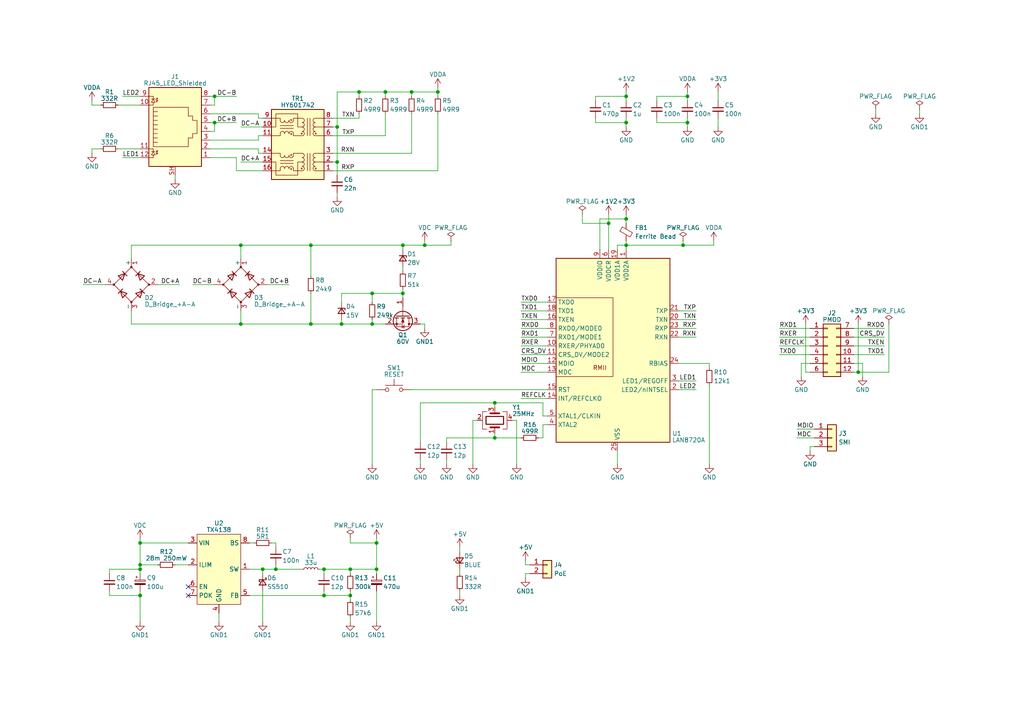
<source format=kicad_sch>
(kicad_sch (version 20211123) (generator eeschema)

  (uuid 899d320b-b9d1-4d02-a791-e25f36895c80)

  (paper "A4")

  

  (junction (at 101.6 172.72) (diameter 0) (color 0 0 0 0)
    (uuid 0c01ccb2-fc4e-4752-8470-11e978cbc851)
  )
  (junction (at 143.51 116.84) (diameter 0) (color 0 0 0 0)
    (uuid 0f25bad1-8575-4f91-bd0b-ac32dde5d13a)
  )
  (junction (at 40.64 163.83) (diameter 0) (color 0 0 0 0)
    (uuid 133448d6-c7ea-4e86-b45a-eb8d8b979d88)
  )
  (junction (at 181.61 35.56) (diameter 0) (color 0 0 0 0)
    (uuid 15894ab1-bd4d-4f61-a70d-bf72d5187cba)
  )
  (junction (at 181.61 63.5) (diameter 0) (color 0 0 0 0)
    (uuid 19410180-5644-4d72-b245-709f4a7a2a14)
  )
  (junction (at 119.38 26.67) (diameter 0) (color 0 0 0 0)
    (uuid 1b818b97-e308-4a58-8887-ef58f0a845a5)
  )
  (junction (at 181.61 71.12) (diameter 0) (color 0 0 0 0)
    (uuid 1c20785e-fb04-4dd3-9929-0c4bb762d951)
  )
  (junction (at 101.6 165.1) (diameter 0) (color 0 0 0 0)
    (uuid 217828e5-b538-41e4-9eb1-2d77546b779f)
  )
  (junction (at 90.17 93.98) (diameter 0) (color 0 0 0 0)
    (uuid 31fdd378-8fc1-4e5d-94c1-4c2429fff249)
  )
  (junction (at 62.23 35.56) (diameter 0) (color 0 0 0 0)
    (uuid 382f61a6-0cea-4ce3-a28e-0d6f41877b7d)
  )
  (junction (at 40.64 172.72) (diameter 0) (color 0 0 0 0)
    (uuid 38f32567-1fbd-4049-b690-1d4d88c8aac1)
  )
  (junction (at 69.85 71.12) (diameter 0) (color 0 0 0 0)
    (uuid 3b3b3b07-fdbe-4531-bba5-398f6b510699)
  )
  (junction (at 99.06 93.98) (diameter 0) (color 0 0 0 0)
    (uuid 3f8fbac5-7242-486f-a203-65541bed7d9d)
  )
  (junction (at 107.95 93.98) (diameter 0) (color 0 0 0 0)
    (uuid 58323567-fd84-41ae-81bf-72430a5a4b55)
  )
  (junction (at 199.39 27.94) (diameter 0) (color 0 0 0 0)
    (uuid 59427b98-753f-4ae5-b77c-87bd0367c9dd)
  )
  (junction (at 127 26.67) (diameter 0) (color 0 0 0 0)
    (uuid 59ff3b6e-b6cc-4d83-92d2-1c2cf7cd8b0a)
  )
  (junction (at 97.79 36.83) (diameter 0) (color 0 0 0 0)
    (uuid 60874b2c-abd3-4271-b80a-1abb34788742)
  )
  (junction (at 123.19 71.12) (diameter 0) (color 0 0 0 0)
    (uuid 655d2080-1720-49c6-94c5-fe9bbe5d5a92)
  )
  (junction (at 176.53 64.77) (diameter 0) (color 0 0 0 0)
    (uuid 6e8191cc-e243-4ab8-9ae2-f95637d40f35)
  )
  (junction (at 111.76 26.67) (diameter 0) (color 0 0 0 0)
    (uuid 727da737-c554-4f7e-bde2-b01ece6c052c)
  )
  (junction (at 198.12 71.12) (diameter 0) (color 0 0 0 0)
    (uuid 81940007-9579-40b3-beb6-23c029511b73)
  )
  (junction (at 199.39 35.56) (diameter 0) (color 0 0 0 0)
    (uuid 860c73b4-6a94-4e66-acbc-b6900b4d1d95)
  )
  (junction (at 107.95 85.09) (diameter 0) (color 0 0 0 0)
    (uuid 8872c9ab-4021-4bfd-82c4-ec2af1be244d)
  )
  (junction (at 93.98 165.1) (diameter 0) (color 0 0 0 0)
    (uuid 8947eae7-36c8-4f7a-ac20-a4b8a071b487)
  )
  (junction (at 69.85 93.98) (diameter 0) (color 0 0 0 0)
    (uuid 8b18c1ec-eba5-44b9-a0c4-38b8a3b19480)
  )
  (junction (at 80.01 165.1) (diameter 0) (color 0 0 0 0)
    (uuid a8ef8763-e9a9-4dd8-8d2e-96973f3caca6)
  )
  (junction (at 109.22 157.48) (diameter 0) (color 0 0 0 0)
    (uuid b0e60ca9-3ecd-4204-b460-bc1d8277ace0)
  )
  (junction (at 62.23 27.94) (diameter 0) (color 0 0 0 0)
    (uuid bd83f67d-58bc-4e83-8c8b-b81d3765a5ec)
  )
  (junction (at 93.98 172.72) (diameter 0) (color 0 0 0 0)
    (uuid beac2481-2ff0-40da-b497-237f108faeea)
  )
  (junction (at 104.14 26.67) (diameter 0) (color 0 0 0 0)
    (uuid cdaf9bd9-8074-4d73-81e7-38c8ec0604c1)
  )
  (junction (at 116.84 71.12) (diameter 0) (color 0 0 0 0)
    (uuid cdffe44e-d08b-4e5d-bf62-ab9cd69cfe02)
  )
  (junction (at 109.22 165.1) (diameter 0) (color 0 0 0 0)
    (uuid d545be2d-9010-417c-9de2-3683e3257a95)
  )
  (junction (at 248.92 107.95) (diameter 0) (color 0 0 0 0)
    (uuid da006413-aeba-467a-828c-9bf01f408bc3)
  )
  (junction (at 181.61 27.94) (diameter 0) (color 0 0 0 0)
    (uuid dc05f25d-ddca-4b4f-b8eb-8377228dad54)
  )
  (junction (at 143.51 127) (diameter 0) (color 0 0 0 0)
    (uuid e15ca59d-e11d-49a0-a11e-13b6fbd67079)
  )
  (junction (at 40.64 165.1) (diameter 0) (color 0 0 0 0)
    (uuid e42967d3-b045-42ac-8785-7417bc8c87e0)
  )
  (junction (at 90.17 71.12) (diameter 0) (color 0 0 0 0)
    (uuid e8524ec3-df16-46f3-ba1c-0fb25e3fb427)
  )
  (junction (at 40.64 157.48) (diameter 0) (color 0 0 0 0)
    (uuid ef32e201-8935-4270-a2a3-980e6676b023)
  )
  (junction (at 76.2 165.1) (diameter 0) (color 0 0 0 0)
    (uuid f09a9eb4-e930-4a1a-b80b-1c473567ef5c)
  )
  (junction (at 97.79 46.99) (diameter 0) (color 0 0 0 0)
    (uuid f2504780-b755-47f6-ae27-ada30d54441a)
  )
  (junction (at 116.84 85.09) (diameter 0) (color 0 0 0 0)
    (uuid fcd80a05-428d-432b-bb79-0373e8d03764)
  )

  (no_connect (at 54.61 172.72) (uuid 7bb274a4-6be2-4e7e-be3c-b481a1d61326))
  (no_connect (at 54.61 170.18) (uuid 7bb274a4-6be2-4e7e-be3c-b481a1d61327))

  (wire (pts (xy 121.92 128.27) (xy 121.92 116.84))
    (stroke (width 0) (type default) (color 0 0 0 0))
    (uuid 000da290-5709-499c-a72e-a2f84037e7ae)
  )
  (wire (pts (xy 129.54 133.35) (xy 129.54 134.62))
    (stroke (width 0) (type default) (color 0 0 0 0))
    (uuid 0120087f-4ef9-47d8-b5d0-c3799749040c)
  )
  (wire (pts (xy 60.96 45.72) (xy 68.58 45.72))
    (stroke (width 0) (type default) (color 0 0 0 0))
    (uuid 01ab6ba5-1473-4dc8-b38e-fad2e037a662)
  )
  (wire (pts (xy 127 26.67) (xy 127 27.94))
    (stroke (width 0) (type default) (color 0 0 0 0))
    (uuid 02cae3ef-920d-4169-a693-c765eef1e6ff)
  )
  (wire (pts (xy 236.22 129.54) (xy 234.95 129.54))
    (stroke (width 0) (type default) (color 0 0 0 0))
    (uuid 02cf2e7b-9ec9-4695-ae36-4a51936c6cfe)
  )
  (wire (pts (xy 40.64 171.45) (xy 40.64 172.72))
    (stroke (width 0) (type default) (color 0 0 0 0))
    (uuid 0422de0f-2bb4-4184-8893-b116265d3809)
  )
  (wire (pts (xy 68.58 45.72) (xy 68.58 49.53))
    (stroke (width 0) (type default) (color 0 0 0 0))
    (uuid 057143b4-1c08-4f7b-8943-0d394b452d52)
  )
  (wire (pts (xy 74.93 44.45) (xy 76.2 44.45))
    (stroke (width 0) (type default) (color 0 0 0 0))
    (uuid 05b11872-1724-4d6d-a5c7-6ccb58bd181f)
  )
  (wire (pts (xy 24.13 82.55) (xy 30.48 82.55))
    (stroke (width 0) (type default) (color 0 0 0 0))
    (uuid 0681afff-2588-4806-b08e-36d9290ccb04)
  )
  (wire (pts (xy 101.6 172.72) (xy 101.6 173.99))
    (stroke (width 0) (type default) (color 0 0 0 0))
    (uuid 06c13c32-a27f-451f-b402-b59b54fcc1ab)
  )
  (wire (pts (xy 45.72 82.55) (xy 52.07 82.55))
    (stroke (width 0) (type default) (color 0 0 0 0))
    (uuid 0816fed0-a50f-450a-b823-0eb8c2f46e79)
  )
  (wire (pts (xy 157.48 123.19) (xy 157.48 127))
    (stroke (width 0) (type default) (color 0 0 0 0))
    (uuid 0ab01cf7-decb-4eaf-a71d-63a8eb6a2a3f)
  )
  (wire (pts (xy 119.38 26.67) (xy 127 26.67))
    (stroke (width 0) (type default) (color 0 0 0 0))
    (uuid 0b1c64c5-cf2f-4770-b28b-8cff392f5d21)
  )
  (wire (pts (xy 116.84 77.47) (xy 116.84 78.74))
    (stroke (width 0) (type default) (color 0 0 0 0))
    (uuid 0bfc1201-6df4-474f-84dd-8896b65351d3)
  )
  (wire (pts (xy 133.35 165.1) (xy 133.35 166.37))
    (stroke (width 0) (type default) (color 0 0 0 0))
    (uuid 0d77c0e1-b93c-4782-90c8-f4effa29bbe8)
  )
  (wire (pts (xy 63.5 177.8) (xy 63.5 180.34))
    (stroke (width 0) (type default) (color 0 0 0 0))
    (uuid 0e6dc00b-7780-4404-ae1c-315fd46a5852)
  )
  (wire (pts (xy 26.67 43.18) (xy 29.21 43.18))
    (stroke (width 0) (type default) (color 0 0 0 0))
    (uuid 0f496031-2ff0-49c7-8dd9-cd2f6e57a378)
  )
  (wire (pts (xy 96.52 39.37) (xy 111.76 39.37))
    (stroke (width 0) (type default) (color 0 0 0 0))
    (uuid 10189dcf-d05e-4b70-93c3-1ae0d910f2ed)
  )
  (wire (pts (xy 31.75 166.37) (xy 31.75 165.1))
    (stroke (width 0) (type default) (color 0 0 0 0))
    (uuid 10712a08-77c8-4df7-995b-90e71af6b177)
  )
  (wire (pts (xy 104.14 27.94) (xy 104.14 26.67))
    (stroke (width 0) (type default) (color 0 0 0 0))
    (uuid 1164db46-2f8d-4055-8e0d-f3e8b5270fc4)
  )
  (wire (pts (xy 97.79 26.67) (xy 97.79 36.83))
    (stroke (width 0) (type default) (color 0 0 0 0))
    (uuid 168f5ae0-e7b6-44b4-a085-d2891d184c72)
  )
  (wire (pts (xy 233.68 107.95) (xy 234.95 107.95))
    (stroke (width 0) (type default) (color 0 0 0 0))
    (uuid 16b81d1d-3ff8-4479-9ef4-8d25d7c73d6e)
  )
  (wire (pts (xy 190.5 27.94) (xy 199.39 27.94))
    (stroke (width 0) (type default) (color 0 0 0 0))
    (uuid 1a1f12fa-dab7-422e-8750-28a76d20d60b)
  )
  (wire (pts (xy 90.17 93.98) (xy 99.06 93.98))
    (stroke (width 0) (type default) (color 0 0 0 0))
    (uuid 1b683a0f-453e-41f3-a208-39dbdc81b62f)
  )
  (wire (pts (xy 130.81 69.85) (xy 130.81 71.12))
    (stroke (width 0) (type default) (color 0 0 0 0))
    (uuid 1c289712-ba8e-44bf-a517-d059bd770989)
  )
  (wire (pts (xy 179.07 72.39) (xy 179.07 71.12))
    (stroke (width 0) (type default) (color 0 0 0 0))
    (uuid 1d272ae1-868b-4f38-b42c-efa0964726d0)
  )
  (wire (pts (xy 199.39 34.29) (xy 199.39 35.56))
    (stroke (width 0) (type default) (color 0 0 0 0))
    (uuid 1d7180ba-e42d-462e-8b4a-8394f0521c37)
  )
  (wire (pts (xy 151.13 90.17) (xy 158.75 90.17))
    (stroke (width 0) (type default) (color 0 0 0 0))
    (uuid 1e627a5f-e264-4146-ac3a-36be1023e7ef)
  )
  (wire (pts (xy 101.6 165.1) (xy 101.6 166.37))
    (stroke (width 0) (type default) (color 0 0 0 0))
    (uuid 1f0b9ac0-2411-43cf-ab94-035a58379518)
  )
  (wire (pts (xy 173.99 63.5) (xy 181.61 63.5))
    (stroke (width 0) (type default) (color 0 0 0 0))
    (uuid 206b9ccc-a90b-4753-8e99-af8db5fc469b)
  )
  (wire (pts (xy 247.65 100.33) (xy 256.54 100.33))
    (stroke (width 0) (type default) (color 0 0 0 0))
    (uuid 22158654-5324-4540-9d57-bb3f58e50410)
  )
  (wire (pts (xy 38.1 90.17) (xy 38.1 93.98))
    (stroke (width 0) (type default) (color 0 0 0 0))
    (uuid 22c9dd39-cfcd-49e7-983f-9bcf703099bb)
  )
  (wire (pts (xy 76.2 165.1) (xy 80.01 165.1))
    (stroke (width 0) (type default) (color 0 0 0 0))
    (uuid 22efcb67-9ea4-432c-8c4e-95cc61b1c302)
  )
  (wire (pts (xy 137.16 121.92) (xy 137.16 134.62))
    (stroke (width 0) (type default) (color 0 0 0 0))
    (uuid 2317a26d-524b-4276-b53b-6efd275841fa)
  )
  (wire (pts (xy 248.92 107.95) (xy 247.65 107.95))
    (stroke (width 0) (type default) (color 0 0 0 0))
    (uuid 24d4d041-09f7-4e5f-804d-f8929ed4cbe0)
  )
  (wire (pts (xy 60.96 38.1) (xy 62.23 38.1))
    (stroke (width 0) (type default) (color 0 0 0 0))
    (uuid 273fade3-418e-43b8-be0f-da8fc389b15c)
  )
  (wire (pts (xy 148.59 121.92) (xy 149.86 121.92))
    (stroke (width 0) (type default) (color 0 0 0 0))
    (uuid 29ee52f4-00d2-4fd9-a8af-40f15258b38d)
  )
  (wire (pts (xy 151.13 107.95) (xy 158.75 107.95))
    (stroke (width 0) (type default) (color 0 0 0 0))
    (uuid 2b84a3ab-6449-438c-b016-fbe892a179ff)
  )
  (wire (pts (xy 208.28 26.67) (xy 208.28 29.21))
    (stroke (width 0) (type default) (color 0 0 0 0))
    (uuid 2b9e9baf-afa5-488e-953d-3ac0255f62ec)
  )
  (wire (pts (xy 190.5 35.56) (xy 199.39 35.56))
    (stroke (width 0) (type default) (color 0 0 0 0))
    (uuid 2ccfcf0b-4497-4548-80e7-65c3328a374e)
  )
  (wire (pts (xy 76.2 165.1) (xy 76.2 166.37))
    (stroke (width 0) (type default) (color 0 0 0 0))
    (uuid 2cd190db-856f-4d7e-840a-a2ad0075fade)
  )
  (wire (pts (xy 152.4 167.64) (xy 152.4 166.37))
    (stroke (width 0) (type default) (color 0 0 0 0))
    (uuid 2dbe963a-ec29-4d81-bc13-80756b83df52)
  )
  (wire (pts (xy 69.85 93.98) (xy 90.17 93.98))
    (stroke (width 0) (type default) (color 0 0 0 0))
    (uuid 2eddaf47-67d6-41a2-a305-6899972e14e8)
  )
  (wire (pts (xy 38.1 93.98) (xy 69.85 93.98))
    (stroke (width 0) (type default) (color 0 0 0 0))
    (uuid 31ce759c-3900-4151-8ed8-b3018b5e05fb)
  )
  (wire (pts (xy 205.74 111.76) (xy 205.74 134.62))
    (stroke (width 0) (type default) (color 0 0 0 0))
    (uuid 3215d6eb-b103-431f-92a5-47fd5cbb5b89)
  )
  (wire (pts (xy 101.6 156.21) (xy 101.6 157.48))
    (stroke (width 0) (type default) (color 0 0 0 0))
    (uuid 32195fdc-3659-454c-ba14-61185d21a8dc)
  )
  (wire (pts (xy 104.14 34.29) (xy 104.14 33.02))
    (stroke (width 0) (type default) (color 0 0 0 0))
    (uuid 32c71118-7c96-4fba-bd2b-5a93e2043314)
  )
  (wire (pts (xy 196.85 92.71) (xy 201.93 92.71))
    (stroke (width 0) (type default) (color 0 0 0 0))
    (uuid 32c71af0-784a-42e3-817e-4f9fb371f4b5)
  )
  (wire (pts (xy 205.74 105.41) (xy 205.74 106.68))
    (stroke (width 0) (type default) (color 0 0 0 0))
    (uuid 332f5a6c-b81b-48cd-b634-58908c9905e0)
  )
  (wire (pts (xy 119.38 113.03) (xy 158.75 113.03))
    (stroke (width 0) (type default) (color 0 0 0 0))
    (uuid 3552ebbd-475f-4323-8596-ae0778d8771f)
  )
  (wire (pts (xy 176.53 64.77) (xy 176.53 72.39))
    (stroke (width 0) (type default) (color 0 0 0 0))
    (uuid 35589388-dfa8-4895-a448-2bf968e65b78)
  )
  (wire (pts (xy 40.64 163.83) (xy 45.72 163.83))
    (stroke (width 0) (type default) (color 0 0 0 0))
    (uuid 358c55b2-2bf5-496e-b337-6d1f31bcfe12)
  )
  (wire (pts (xy 143.51 125.73) (xy 143.51 127))
    (stroke (width 0) (type default) (color 0 0 0 0))
    (uuid 35effd3d-a409-4610-9020-69db229b7f99)
  )
  (wire (pts (xy 248.92 93.98) (xy 248.92 107.95))
    (stroke (width 0) (type default) (color 0 0 0 0))
    (uuid 3859ac57-9fe0-4852-9248-bd36024bbbb8)
  )
  (wire (pts (xy 35.56 27.94) (xy 40.64 27.94))
    (stroke (width 0) (type default) (color 0 0 0 0))
    (uuid 38f51f2d-b146-44c9-a702-0b74931051d1)
  )
  (wire (pts (xy 226.06 102.87) (xy 234.95 102.87))
    (stroke (width 0) (type default) (color 0 0 0 0))
    (uuid 39a9b8b9-764c-4af0-bcaa-380f94b129d5)
  )
  (wire (pts (xy 55.88 82.55) (xy 62.23 82.55))
    (stroke (width 0) (type default) (color 0 0 0 0))
    (uuid 3da890cc-9292-41fe-9081-e8cf6d3aebb8)
  )
  (wire (pts (xy 198.12 71.12) (xy 181.61 71.12))
    (stroke (width 0) (type default) (color 0 0 0 0))
    (uuid 3deb49cc-f214-43f5-acf4-523d01597e01)
  )
  (wire (pts (xy 107.95 92.71) (xy 107.95 93.98))
    (stroke (width 0) (type default) (color 0 0 0 0))
    (uuid 3e0c254c-eb0c-4d3d-a3a7-06ca67b30234)
  )
  (wire (pts (xy 190.5 29.21) (xy 190.5 27.94))
    (stroke (width 0) (type default) (color 0 0 0 0))
    (uuid 3f1e1c20-8e3f-4178-b8d4-7fb769ebe280)
  )
  (wire (pts (xy 72.39 172.72) (xy 93.98 172.72))
    (stroke (width 0) (type default) (color 0 0 0 0))
    (uuid 4112e398-d70d-42a5-8206-37082a416b4b)
  )
  (wire (pts (xy 196.85 97.79) (xy 201.93 97.79))
    (stroke (width 0) (type default) (color 0 0 0 0))
    (uuid 4172b177-64f0-4bc3-bdfe-15c25261f8f3)
  )
  (wire (pts (xy 233.68 93.98) (xy 233.68 107.95))
    (stroke (width 0) (type default) (color 0 0 0 0))
    (uuid 43ffd6ea-a3cb-448b-98a5-d18e026119d7)
  )
  (wire (pts (xy 181.61 34.29) (xy 181.61 35.56))
    (stroke (width 0) (type default) (color 0 0 0 0))
    (uuid 4444a521-ac0e-4b22-af15-acd7fa8bc620)
  )
  (wire (pts (xy 104.14 26.67) (xy 97.79 26.67))
    (stroke (width 0) (type default) (color 0 0 0 0))
    (uuid 4488a476-d062-4205-94ba-e8cc3ad0fa82)
  )
  (wire (pts (xy 196.85 90.17) (xy 201.93 90.17))
    (stroke (width 0) (type default) (color 0 0 0 0))
    (uuid 46713112-58dc-4b5d-b49d-812755b5097d)
  )
  (wire (pts (xy 38.1 71.12) (xy 38.1 74.93))
    (stroke (width 0) (type default) (color 0 0 0 0))
    (uuid 47870c19-cd80-4a86-a345-679b0af37307)
  )
  (wire (pts (xy 133.35 158.75) (xy 133.35 160.02))
    (stroke (width 0) (type default) (color 0 0 0 0))
    (uuid 47fe13ad-9327-4a2e-912e-c57923d3617b)
  )
  (wire (pts (xy 96.52 36.83) (xy 97.79 36.83))
    (stroke (width 0) (type default) (color 0 0 0 0))
    (uuid 49443947-6819-478c-ad40-3c46cf4ed8da)
  )
  (wire (pts (xy 26.67 29.21) (xy 26.67 30.48))
    (stroke (width 0) (type default) (color 0 0 0 0))
    (uuid 4970a58b-27d4-4cd5-93dd-b4e1285cf509)
  )
  (wire (pts (xy 158.75 123.19) (xy 157.48 123.19))
    (stroke (width 0) (type default) (color 0 0 0 0))
    (uuid 49d156ae-1230-4d87-a4d0-e460c01b2221)
  )
  (wire (pts (xy 123.19 69.85) (xy 123.19 71.12))
    (stroke (width 0) (type default) (color 0 0 0 0))
    (uuid 4a41f913-5024-4fd1-b56c-4b02cec9ed86)
  )
  (wire (pts (xy 143.51 127) (xy 151.13 127))
    (stroke (width 0) (type default) (color 0 0 0 0))
    (uuid 4ad0c743-4a26-4fc6-b536-3e58842c568d)
  )
  (wire (pts (xy 40.64 157.48) (xy 54.61 157.48))
    (stroke (width 0) (type default) (color 0 0 0 0))
    (uuid 4d5d2f66-2c87-49c9-984b-567cbf582ead)
  )
  (wire (pts (xy 127 25.4) (xy 127 26.67))
    (stroke (width 0) (type default) (color 0 0 0 0))
    (uuid 4db9f575-b56f-4e6c-b602-97fafc4760c5)
  )
  (wire (pts (xy 90.17 93.98) (xy 90.17 85.09))
    (stroke (width 0) (type default) (color 0 0 0 0))
    (uuid 4fa04e6a-3614-4887-9848-1521a47318b0)
  )
  (wire (pts (xy 97.79 46.99) (xy 97.79 50.8))
    (stroke (width 0) (type default) (color 0 0 0 0))
    (uuid 50b9d51c-f87d-424c-a326-af269137982e)
  )
  (wire (pts (xy 69.85 36.83) (xy 76.2 36.83))
    (stroke (width 0) (type default) (color 0 0 0 0))
    (uuid 50ddc7c4-fb41-414d-acee-60d7fb4ee597)
  )
  (wire (pts (xy 172.72 35.56) (xy 181.61 35.56))
    (stroke (width 0) (type default) (color 0 0 0 0))
    (uuid 52420868-7bcc-4e8c-8fec-e4e270833b31)
  )
  (wire (pts (xy 181.61 71.12) (xy 181.61 72.39))
    (stroke (width 0) (type default) (color 0 0 0 0))
    (uuid 53f41b5a-fb6d-4313-9572-ac0337715b25)
  )
  (wire (pts (xy 74.93 34.29) (xy 76.2 34.29))
    (stroke (width 0) (type default) (color 0 0 0 0))
    (uuid 54c2ad30-4921-493c-80d8-99b2c76abba6)
  )
  (wire (pts (xy 266.7 31.75) (xy 266.7 33.02))
    (stroke (width 0) (type default) (color 0 0 0 0))
    (uuid 5604f0bc-df9b-427d-abd2-761c261a4377)
  )
  (wire (pts (xy 176.53 62.23) (xy 176.53 64.77))
    (stroke (width 0) (type default) (color 0 0 0 0))
    (uuid 56b58c4b-ed8b-4ded-aefd-f24ea5ed0a86)
  )
  (wire (pts (xy 116.84 85.09) (xy 116.84 83.82))
    (stroke (width 0) (type default) (color 0 0 0 0))
    (uuid 5817b3e4-1f7f-4370-b7b2-a315c7b28efd)
  )
  (wire (pts (xy 133.35 171.45) (xy 133.35 172.72))
    (stroke (width 0) (type default) (color 0 0 0 0))
    (uuid 586cec7e-ced7-42e8-b9b1-0d72c6f00c7e)
  )
  (wire (pts (xy 60.96 35.56) (xy 62.23 35.56))
    (stroke (width 0) (type default) (color 0 0 0 0))
    (uuid 58855dbc-160d-473a-87e2-b1bd61127efc)
  )
  (wire (pts (xy 151.13 100.33) (xy 158.75 100.33))
    (stroke (width 0) (type default) (color 0 0 0 0))
    (uuid 59f24b45-2827-4e14-8e2c-a79fa16a8875)
  )
  (wire (pts (xy 123.19 71.12) (xy 116.84 71.12))
    (stroke (width 0) (type default) (color 0 0 0 0))
    (uuid 5b64e516-94ec-4659-8ad7-348568eada22)
  )
  (wire (pts (xy 257.81 107.95) (xy 248.92 107.95))
    (stroke (width 0) (type default) (color 0 0 0 0))
    (uuid 5b7a5cdd-0c42-4a63-a66c-fca56a054a68)
  )
  (wire (pts (xy 116.84 85.09) (xy 116.84 86.36))
    (stroke (width 0) (type default) (color 0 0 0 0))
    (uuid 5bed8d16-24ff-43eb-b69e-f37f705f021d)
  )
  (wire (pts (xy 68.58 49.53) (xy 76.2 49.53))
    (stroke (width 0) (type default) (color 0 0 0 0))
    (uuid 5c6764de-d891-400e-b17d-ce4d68a62572)
  )
  (wire (pts (xy 104.14 26.67) (xy 111.76 26.67))
    (stroke (width 0) (type default) (color 0 0 0 0))
    (uuid 5f6ee1d4-676c-4e0e-8efe-2ebb0653117d)
  )
  (wire (pts (xy 123.19 71.12) (xy 130.81 71.12))
    (stroke (width 0) (type default) (color 0 0 0 0))
    (uuid 6027e141-d68d-41d7-844d-c7edde9d1b5c)
  )
  (wire (pts (xy 93.98 172.72) (xy 101.6 172.72))
    (stroke (width 0) (type default) (color 0 0 0 0))
    (uuid 60c67174-4eb8-43b4-9839-08c3f184cd9d)
  )
  (wire (pts (xy 31.75 171.45) (xy 31.75 172.72))
    (stroke (width 0) (type default) (color 0 0 0 0))
    (uuid 6101c821-56c8-4d98-a5b8-3e2d233fb9ee)
  )
  (wire (pts (xy 226.06 95.25) (xy 234.95 95.25))
    (stroke (width 0) (type default) (color 0 0 0 0))
    (uuid 628ba343-45d8-4114-b789-1fedb3a7f7b8)
  )
  (wire (pts (xy 151.13 105.41) (xy 158.75 105.41))
    (stroke (width 0) (type default) (color 0 0 0 0))
    (uuid 639e134b-061f-4088-a86b-159ba979c9a4)
  )
  (wire (pts (xy 99.06 85.09) (xy 107.95 85.09))
    (stroke (width 0) (type default) (color 0 0 0 0))
    (uuid 63c494bd-1e9d-47d4-8661-757d8fce81af)
  )
  (wire (pts (xy 111.76 39.37) (xy 111.76 33.02))
    (stroke (width 0) (type default) (color 0 0 0 0))
    (uuid 662836da-a72e-4cb2-ad3e-bed46b4cd5ad)
  )
  (wire (pts (xy 107.95 113.03) (xy 109.22 113.03))
    (stroke (width 0) (type default) (color 0 0 0 0))
    (uuid 666432cc-bab6-4c72-96db-fc673db723b2)
  )
  (wire (pts (xy 168.91 62.23) (xy 168.91 64.77))
    (stroke (width 0) (type default) (color 0 0 0 0))
    (uuid 66ec1dc1-1b33-4770-9260-44669b3cce42)
  )
  (wire (pts (xy 196.85 113.03) (xy 201.93 113.03))
    (stroke (width 0) (type default) (color 0 0 0 0))
    (uuid 674a288b-afaa-435d-a47b-e46940f4de48)
  )
  (wire (pts (xy 35.56 45.72) (xy 40.64 45.72))
    (stroke (width 0) (type default) (color 0 0 0 0))
    (uuid 6b11212c-fe12-445e-b5ad-5b18bc8370f7)
  )
  (wire (pts (xy 247.65 95.25) (xy 256.54 95.25))
    (stroke (width 0) (type default) (color 0 0 0 0))
    (uuid 6be792a2-a980-45d0-b668-8c22d3f5b36b)
  )
  (wire (pts (xy 101.6 171.45) (xy 101.6 172.72))
    (stroke (width 0) (type default) (color 0 0 0 0))
    (uuid 6ea85d43-ec0a-41e6-9e11-6ab6f1eb11f9)
  )
  (wire (pts (xy 109.22 157.48) (xy 109.22 165.1))
    (stroke (width 0) (type default) (color 0 0 0 0))
    (uuid 70658158-13fe-4219-a6ca-4ee68fe06219)
  )
  (wire (pts (xy 26.67 44.45) (xy 26.67 43.18))
    (stroke (width 0) (type default) (color 0 0 0 0))
    (uuid 71c8c057-5172-40da-a498-ef22b4f7f110)
  )
  (wire (pts (xy 116.84 71.12) (xy 116.84 72.39))
    (stroke (width 0) (type default) (color 0 0 0 0))
    (uuid 72992a46-cd40-4ead-8b1c-d67415fff3b1)
  )
  (wire (pts (xy 152.4 166.37) (xy 153.67 166.37))
    (stroke (width 0) (type default) (color 0 0 0 0))
    (uuid 7332e484-b28a-4f6a-85b1-ed0a5916bb41)
  )
  (wire (pts (xy 121.92 116.84) (xy 143.51 116.84))
    (stroke (width 0) (type default) (color 0 0 0 0))
    (uuid 76aa3042-6205-401a-8139-73eaa4b8ffea)
  )
  (wire (pts (xy 69.85 71.12) (xy 90.17 71.12))
    (stroke (width 0) (type default) (color 0 0 0 0))
    (uuid 776421db-7df1-40c7-9ca8-a0e2f1ca0a27)
  )
  (wire (pts (xy 62.23 38.1) (xy 62.23 35.56))
    (stroke (width 0) (type default) (color 0 0 0 0))
    (uuid 79ea482a-2804-479c-b2c3-1ffc3d14f26b)
  )
  (wire (pts (xy 198.12 69.85) (xy 198.12 71.12))
    (stroke (width 0) (type default) (color 0 0 0 0))
    (uuid 7d0c321d-7728-4f1f-b20a-05fef6f69425)
  )
  (wire (pts (xy 96.52 46.99) (xy 97.79 46.99))
    (stroke (width 0) (type default) (color 0 0 0 0))
    (uuid 7f471254-0418-428d-ad54-95bb95d8e935)
  )
  (wire (pts (xy 143.51 116.84) (xy 143.51 118.11))
    (stroke (width 0) (type default) (color 0 0 0 0))
    (uuid 80a4c1fc-078c-4156-bcac-defe8b2d4b2c)
  )
  (wire (pts (xy 80.01 163.83) (xy 80.01 165.1))
    (stroke (width 0) (type default) (color 0 0 0 0))
    (uuid 817a8c69-7e80-4851-823e-ed726b848dc0)
  )
  (wire (pts (xy 60.96 30.48) (xy 62.23 30.48))
    (stroke (width 0) (type default) (color 0 0 0 0))
    (uuid 82b7a357-e2fc-4392-b04c-e8ba2fa90dc5)
  )
  (wire (pts (xy 101.6 179.07) (xy 101.6 180.34))
    (stroke (width 0) (type default) (color 0 0 0 0))
    (uuid 83c5ec07-d7c7-4150-97ef-a08b3008cd9a)
  )
  (wire (pts (xy 69.85 90.17) (xy 69.85 93.98))
    (stroke (width 0) (type default) (color 0 0 0 0))
    (uuid 84983548-1de8-4b83-afc3-1a4a1a5d932b)
  )
  (wire (pts (xy 93.98 165.1) (xy 101.6 165.1))
    (stroke (width 0) (type default) (color 0 0 0 0))
    (uuid 857899e0-eb45-4379-ad16-f2a7b0e10b39)
  )
  (wire (pts (xy 196.85 95.25) (xy 201.93 95.25))
    (stroke (width 0) (type default) (color 0 0 0 0))
    (uuid 869b9ee4-7658-44ad-be98-c0fd14691621)
  )
  (wire (pts (xy 50.8 50.8) (xy 50.8 52.07))
    (stroke (width 0) (type default) (color 0 0 0 0))
    (uuid 8799b2db-f2f6-4edb-8854-b8b3adc369b1)
  )
  (wire (pts (xy 26.67 30.48) (xy 29.21 30.48))
    (stroke (width 0) (type default) (color 0 0 0 0))
    (uuid 8818d864-4828-41c9-b288-b82a1413805e)
  )
  (wire (pts (xy 62.23 30.48) (xy 62.23 27.94))
    (stroke (width 0) (type default) (color 0 0 0 0))
    (uuid 88bed0c3-2fdd-4082-bd7f-7c9c2b754109)
  )
  (wire (pts (xy 60.96 43.18) (xy 74.93 43.18))
    (stroke (width 0) (type default) (color 0 0 0 0))
    (uuid 89aebcc8-99d7-4f6e-854c-a4af3477e1af)
  )
  (wire (pts (xy 196.85 105.41) (xy 205.74 105.41))
    (stroke (width 0) (type default) (color 0 0 0 0))
    (uuid 8c4ed844-7dcd-4203-8e6f-90ae1a1f80ce)
  )
  (wire (pts (xy 172.72 27.94) (xy 181.61 27.94))
    (stroke (width 0) (type default) (color 0 0 0 0))
    (uuid 8d0705ec-32fa-42cd-9ad3-3ca1ae994918)
  )
  (wire (pts (xy 199.39 26.67) (xy 199.39 27.94))
    (stroke (width 0) (type default) (color 0 0 0 0))
    (uuid 8dea701b-dd5e-47be-8812-ecef09e0d9ae)
  )
  (wire (pts (xy 40.64 165.1) (xy 40.64 163.83))
    (stroke (width 0) (type default) (color 0 0 0 0))
    (uuid 8e4a27fe-81be-403c-acef-149a18eb1cd1)
  )
  (wire (pts (xy 232.41 105.41) (xy 232.41 109.22))
    (stroke (width 0) (type default) (color 0 0 0 0))
    (uuid 8f3a3e06-98ff-4ae7-8b16-491b49b70c80)
  )
  (wire (pts (xy 181.61 27.94) (xy 181.61 29.21))
    (stroke (width 0) (type default) (color 0 0 0 0))
    (uuid 9562995c-b680-40b3-bf6a-8150b678dd85)
  )
  (wire (pts (xy 111.76 26.67) (xy 111.76 27.94))
    (stroke (width 0) (type default) (color 0 0 0 0))
    (uuid 95d5f247-0bb1-4a9d-ba0b-e4ad715e26f4)
  )
  (wire (pts (xy 181.61 69.85) (xy 181.61 71.12))
    (stroke (width 0) (type default) (color 0 0 0 0))
    (uuid 9722313a-ad7d-4f9f-8f37-ea57be7e0d8b)
  )
  (wire (pts (xy 129.54 127) (xy 143.51 127))
    (stroke (width 0) (type default) (color 0 0 0 0))
    (uuid 990cfe35-083c-4908-bdd0-e6374d05916e)
  )
  (wire (pts (xy 50.8 163.83) (xy 54.61 163.83))
    (stroke (width 0) (type default) (color 0 0 0 0))
    (uuid 99b29df8-070f-4122-8808-fdf4690480aa)
  )
  (wire (pts (xy 208.28 34.29) (xy 208.28 36.83))
    (stroke (width 0) (type default) (color 0 0 0 0))
    (uuid 9a7ab643-5e73-42db-b36e-25927acbf942)
  )
  (wire (pts (xy 181.61 63.5) (xy 181.61 64.77))
    (stroke (width 0) (type default) (color 0 0 0 0))
    (uuid 9b5d8cea-89c1-4eea-8231-7068ec144a28)
  )
  (wire (pts (xy 90.17 80.01) (xy 90.17 71.12))
    (stroke (width 0) (type default) (color 0 0 0 0))
    (uuid 9b7d259e-e079-4076-8348-02053d8d650c)
  )
  (wire (pts (xy 109.22 171.45) (xy 109.22 180.34))
    (stroke (width 0) (type default) (color 0 0 0 0))
    (uuid 9d68d3e2-bd80-48df-872b-cacbe0468775)
  )
  (wire (pts (xy 107.95 85.09) (xy 116.84 85.09))
    (stroke (width 0) (type default) (color 0 0 0 0))
    (uuid 9ec41179-571d-4334-8a87-e13ed0903b29)
  )
  (wire (pts (xy 121.92 133.35) (xy 121.92 134.62))
    (stroke (width 0) (type default) (color 0 0 0 0))
    (uuid 9efdb609-88d0-4e6b-b18a-44269a4155c5)
  )
  (wire (pts (xy 151.13 115.57) (xy 158.75 115.57))
    (stroke (width 0) (type default) (color 0 0 0 0))
    (uuid 9f317b9d-af33-4b83-99c0-45b097664740)
  )
  (wire (pts (xy 80.01 157.48) (xy 80.01 158.75))
    (stroke (width 0) (type default) (color 0 0 0 0))
    (uuid 9fbcacf4-33b9-47a7-880c-f913af13d213)
  )
  (wire (pts (xy 80.01 165.1) (xy 87.63 165.1))
    (stroke (width 0) (type default) (color 0 0 0 0))
    (uuid a082856d-e927-4028-9e81-04ad63c4dea3)
  )
  (wire (pts (xy 234.95 105.41) (xy 232.41 105.41))
    (stroke (width 0) (type default) (color 0 0 0 0))
    (uuid a1ec949f-b55c-4ec0-919e-37c3eb0ace85)
  )
  (wire (pts (xy 156.21 127) (xy 157.48 127))
    (stroke (width 0) (type default) (color 0 0 0 0))
    (uuid a379d55c-35e9-4f6a-9b25-5190486db1c4)
  )
  (wire (pts (xy 250.19 105.41) (xy 250.19 109.22))
    (stroke (width 0) (type default) (color 0 0 0 0))
    (uuid a37ab19a-cdda-40f1-b72e-69e6e3228568)
  )
  (wire (pts (xy 181.61 62.23) (xy 181.61 63.5))
    (stroke (width 0) (type default) (color 0 0 0 0))
    (uuid a46ad0a2-f472-42ab-8653-150d4f366e56)
  )
  (wire (pts (xy 31.75 172.72) (xy 40.64 172.72))
    (stroke (width 0) (type default) (color 0 0 0 0))
    (uuid a51fd5d9-30a1-4e51-ae63-6abab8f385b0)
  )
  (wire (pts (xy 138.43 121.92) (xy 137.16 121.92))
    (stroke (width 0) (type default) (color 0 0 0 0))
    (uuid a56399dc-1386-4870-9ea4-08b90a204580)
  )
  (wire (pts (xy 168.91 64.77) (xy 176.53 64.77))
    (stroke (width 0) (type default) (color 0 0 0 0))
    (uuid a56b3e28-4ee7-4c63-8ad3-581592cfbfcc)
  )
  (wire (pts (xy 109.22 156.21) (xy 109.22 157.48))
    (stroke (width 0) (type default) (color 0 0 0 0))
    (uuid a5782bd0-a10f-452a-9e71-504428e47b9d)
  )
  (wire (pts (xy 74.93 43.18) (xy 74.93 44.45))
    (stroke (width 0) (type default) (color 0 0 0 0))
    (uuid a618e7f9-e708-4d89-8b29-cbd0c5ed11c2)
  )
  (wire (pts (xy 60.96 33.02) (xy 74.93 33.02))
    (stroke (width 0) (type default) (color 0 0 0 0))
    (uuid a63917a6-42b5-4ccc-9b6a-df55fd702509)
  )
  (wire (pts (xy 92.71 165.1) (xy 93.98 165.1))
    (stroke (width 0) (type default) (color 0 0 0 0))
    (uuid a77d72f3-9615-4e24-8482-5b96ad39b916)
  )
  (wire (pts (xy 157.48 120.65) (xy 157.48 116.84))
    (stroke (width 0) (type default) (color 0 0 0 0))
    (uuid a7ae0e7e-c8b7-4251-a673-dd21a3775a6a)
  )
  (wire (pts (xy 149.86 121.92) (xy 149.86 134.62))
    (stroke (width 0) (type default) (color 0 0 0 0))
    (uuid a86b44f1-31e0-40da-9da9-618b3d26a4d4)
  )
  (wire (pts (xy 74.93 33.02) (xy 74.93 34.29))
    (stroke (width 0) (type default) (color 0 0 0 0))
    (uuid a8d625ec-13cd-4e71-9bff-41a6e8d11a93)
  )
  (wire (pts (xy 97.79 55.88) (xy 97.79 57.15))
    (stroke (width 0) (type default) (color 0 0 0 0))
    (uuid aa61c91c-abb5-4af4-abcb-193247d912d6)
  )
  (wire (pts (xy 111.76 26.67) (xy 119.38 26.67))
    (stroke (width 0) (type default) (color 0 0 0 0))
    (uuid aa851d7e-9245-4e72-a2f2-2e98100adebe)
  )
  (wire (pts (xy 60.96 40.64) (xy 74.93 40.64))
    (stroke (width 0) (type default) (color 0 0 0 0))
    (uuid ab8d8228-0481-479a-abe7-2d215521d460)
  )
  (wire (pts (xy 96.52 44.45) (xy 119.38 44.45))
    (stroke (width 0) (type default) (color 0 0 0 0))
    (uuid ac1064e9-df41-45b1-87b2-d8c99e27d4a8)
  )
  (wire (pts (xy 72.39 165.1) (xy 76.2 165.1))
    (stroke (width 0) (type default) (color 0 0 0 0))
    (uuid ad96d36c-8246-426e-bae8-43d976a478e4)
  )
  (wire (pts (xy 247.65 97.79) (xy 256.54 97.79))
    (stroke (width 0) (type default) (color 0 0 0 0))
    (uuid ada9eedc-9766-497d-812a-ff17a18a80a7)
  )
  (wire (pts (xy 90.17 71.12) (xy 116.84 71.12))
    (stroke (width 0) (type default) (color 0 0 0 0))
    (uuid aeedd6d2-ca70-47a3-add7-022aac7a4e71)
  )
  (wire (pts (xy 196.85 110.49) (xy 201.93 110.49))
    (stroke (width 0) (type default) (color 0 0 0 0))
    (uuid af71d2b5-8e37-44e9-b401-510a33f5c4e0)
  )
  (wire (pts (xy 40.64 156.21) (xy 40.64 157.48))
    (stroke (width 0) (type default) (color 0 0 0 0))
    (uuid afa24a82-ca53-4cc5-b789-29fa958374d5)
  )
  (wire (pts (xy 72.39 157.48) (xy 73.66 157.48))
    (stroke (width 0) (type default) (color 0 0 0 0))
    (uuid b17e7a68-038f-4317-babe-d301b0e4a3f3)
  )
  (wire (pts (xy 231.14 127) (xy 236.22 127))
    (stroke (width 0) (type default) (color 0 0 0 0))
    (uuid b18dfe05-0c03-4b5d-bd9a-6665b526bc43)
  )
  (wire (pts (xy 74.93 40.64) (xy 74.93 39.37))
    (stroke (width 0) (type default) (color 0 0 0 0))
    (uuid b19d6147-381b-4909-ba75-9695b0df0d9d)
  )
  (wire (pts (xy 101.6 157.48) (xy 109.22 157.48))
    (stroke (width 0) (type default) (color 0 0 0 0))
    (uuid b2ada819-9a92-41dd-ae9d-f6e96404a4cd)
  )
  (wire (pts (xy 77.47 82.55) (xy 83.82 82.55))
    (stroke (width 0) (type default) (color 0 0 0 0))
    (uuid b33ed16a-5461-420f-b706-1e5b8e85a8c3)
  )
  (wire (pts (xy 234.95 129.54) (xy 234.95 130.81))
    (stroke (width 0) (type default) (color 0 0 0 0))
    (uuid b519ec62-e4f6-4a2f-815d-d5301c7ec8a0)
  )
  (wire (pts (xy 199.39 35.56) (xy 199.39 36.83))
    (stroke (width 0) (type default) (color 0 0 0 0))
    (uuid b7456a67-8fa3-4198-838d-0eda05429fbf)
  )
  (wire (pts (xy 109.22 165.1) (xy 109.22 166.37))
    (stroke (width 0) (type default) (color 0 0 0 0))
    (uuid b86b3598-6470-4b03-8780-166151e180a9)
  )
  (wire (pts (xy 123.19 93.98) (xy 123.19 95.25))
    (stroke (width 0) (type default) (color 0 0 0 0))
    (uuid b9490371-9e15-4509-9923-c54c90900258)
  )
  (wire (pts (xy 34.29 30.48) (xy 40.64 30.48))
    (stroke (width 0) (type default) (color 0 0 0 0))
    (uuid baaf7f60-4f20-4e16-91ff-cec0e8e8d5af)
  )
  (wire (pts (xy 34.29 43.18) (xy 40.64 43.18))
    (stroke (width 0) (type default) (color 0 0 0 0))
    (uuid bb9fd0d6-b0a7-465c-a443-10374e781aa1)
  )
  (wire (pts (xy 226.06 97.79) (xy 234.95 97.79))
    (stroke (width 0) (type default) (color 0 0 0 0))
    (uuid bd26376a-ffc4-43ee-b5c5-245858540584)
  )
  (wire (pts (xy 107.95 93.98) (xy 111.76 93.98))
    (stroke (width 0) (type default) (color 0 0 0 0))
    (uuid beddfe5d-6248-491a-81d1-7d0658d63b2d)
  )
  (wire (pts (xy 99.06 93.98) (xy 107.95 93.98))
    (stroke (width 0) (type default) (color 0 0 0 0))
    (uuid bf1e4306-1a28-4bb6-bb7e-3de3eeb33c92)
  )
  (wire (pts (xy 40.64 157.48) (xy 40.64 163.83))
    (stroke (width 0) (type default) (color 0 0 0 0))
    (uuid c1196eb7-30ac-420f-98f0-df30568dccc5)
  )
  (wire (pts (xy 101.6 165.1) (xy 109.22 165.1))
    (stroke (width 0) (type default) (color 0 0 0 0))
    (uuid c11c3473-dc83-4939-9043-eaee953ae733)
  )
  (wire (pts (xy 97.79 36.83) (xy 97.79 46.99))
    (stroke (width 0) (type default) (color 0 0 0 0))
    (uuid c17c0e9a-531e-47e2-902e-8295de8e8ef1)
  )
  (wire (pts (xy 151.13 95.25) (xy 158.75 95.25))
    (stroke (width 0) (type default) (color 0 0 0 0))
    (uuid c2e7f4f3-da39-4f04-8803-9a4385be7e8f)
  )
  (wire (pts (xy 119.38 26.67) (xy 119.38 27.94))
    (stroke (width 0) (type default) (color 0 0 0 0))
    (uuid c415af13-accb-41fe-b8d9-b4a40e639e80)
  )
  (wire (pts (xy 76.2 171.45) (xy 76.2 180.34))
    (stroke (width 0) (type default) (color 0 0 0 0))
    (uuid c4cf1ed6-9745-4485-9f8a-32023c034381)
  )
  (wire (pts (xy 107.95 85.09) (xy 107.95 87.63))
    (stroke (width 0) (type default) (color 0 0 0 0))
    (uuid c52992a3-61ff-43b9-a7fb-60a884f7dd99)
  )
  (wire (pts (xy 143.51 116.84) (xy 157.48 116.84))
    (stroke (width 0) (type default) (color 0 0 0 0))
    (uuid c66e3748-69d7-46d2-9b3d-0839f32a9d0f)
  )
  (wire (pts (xy 60.96 27.94) (xy 62.23 27.94))
    (stroke (width 0) (type default) (color 0 0 0 0))
    (uuid c79c6787-0be6-4ba4-847d-e7de67ca7e32)
  )
  (wire (pts (xy 31.75 165.1) (xy 40.64 165.1))
    (stroke (width 0) (type default) (color 0 0 0 0))
    (uuid c7c03d8b-fad0-4176-adc1-4efed42d9885)
  )
  (wire (pts (xy 179.07 130.81) (xy 179.07 134.62))
    (stroke (width 0) (type default) (color 0 0 0 0))
    (uuid c8ae0517-938b-45a5-a79c-1a7b3aafa5f7)
  )
  (wire (pts (xy 247.65 105.41) (xy 250.19 105.41))
    (stroke (width 0) (type default) (color 0 0 0 0))
    (uuid ca40f9f5-8e78-42f5-a226-afa637e9c774)
  )
  (wire (pts (xy 69.85 71.12) (xy 38.1 71.12))
    (stroke (width 0) (type default) (color 0 0 0 0))
    (uuid cbc7bec6-8f75-40bf-b8ff-c66fcfcf083b)
  )
  (wire (pts (xy 247.65 102.87) (xy 256.54 102.87))
    (stroke (width 0) (type default) (color 0 0 0 0))
    (uuid cf2199f1-36fc-406b-8505-ddd7cb636177)
  )
  (wire (pts (xy 99.06 87.63) (xy 99.06 85.09))
    (stroke (width 0) (type default) (color 0 0 0 0))
    (uuid d0ef9ea8-69e4-4ebb-8939-fc8d789720f8)
  )
  (wire (pts (xy 40.64 172.72) (xy 40.64 180.34))
    (stroke (width 0) (type default) (color 0 0 0 0))
    (uuid d3d93011-ac75-4599-8b07-e7d0e227cbe5)
  )
  (wire (pts (xy 151.13 97.79) (xy 158.75 97.79))
    (stroke (width 0) (type default) (color 0 0 0 0))
    (uuid d4a25d60-f1ae-46b8-beab-5a602f93998f)
  )
  (wire (pts (xy 226.06 100.33) (xy 234.95 100.33))
    (stroke (width 0) (type default) (color 0 0 0 0))
    (uuid d6dbe9d0-05be-4d5b-989e-461df3d11934)
  )
  (wire (pts (xy 207.01 69.85) (xy 207.01 71.12))
    (stroke (width 0) (type default) (color 0 0 0 0))
    (uuid d8a821ee-c5a5-4262-80f2-349415df5625)
  )
  (wire (pts (xy 69.85 46.99) (xy 76.2 46.99))
    (stroke (width 0) (type default) (color 0 0 0 0))
    (uuid dba006e5-7e11-4a9c-adcb-e45c522a332a)
  )
  (wire (pts (xy 179.07 71.12) (xy 181.61 71.12))
    (stroke (width 0) (type default) (color 0 0 0 0))
    (uuid dd65654a-ab42-44a6-b7f9-55976dfa5733)
  )
  (wire (pts (xy 172.72 29.21) (xy 172.72 27.94))
    (stroke (width 0) (type default) (color 0 0 0 0))
    (uuid dddd62d2-8edd-461e-8a46-b3453b0d7c70)
  )
  (wire (pts (xy 207.01 71.12) (xy 198.12 71.12))
    (stroke (width 0) (type default) (color 0 0 0 0))
    (uuid dde30022-89e5-4e58-a926-e61f01132dda)
  )
  (wire (pts (xy 62.23 27.94) (xy 68.58 27.94))
    (stroke (width 0) (type default) (color 0 0 0 0))
    (uuid de31d553-8dbc-4b1c-8794-33f962d87aa0)
  )
  (wire (pts (xy 96.52 49.53) (xy 127 49.53))
    (stroke (width 0) (type default) (color 0 0 0 0))
    (uuid de6c9404-6614-47e7-bf66-ef3f7dd530b5)
  )
  (wire (pts (xy 93.98 171.45) (xy 93.98 172.72))
    (stroke (width 0) (type default) (color 0 0 0 0))
    (uuid e0580246-90ad-4012-ab2b-567abcd5c886)
  )
  (wire (pts (xy 129.54 128.27) (xy 129.54 127))
    (stroke (width 0) (type default) (color 0 0 0 0))
    (uuid e0baa6d2-218d-40a3-826b-f100782d79c1)
  )
  (wire (pts (xy 151.13 92.71) (xy 158.75 92.71))
    (stroke (width 0) (type default) (color 0 0 0 0))
    (uuid e11b0630-d5ab-4b14-a420-d7081bfb5695)
  )
  (wire (pts (xy 74.93 39.37) (xy 76.2 39.37))
    (stroke (width 0) (type default) (color 0 0 0 0))
    (uuid e1926836-b685-47a6-a6a7-0e660d5a6478)
  )
  (wire (pts (xy 158.75 120.65) (xy 157.48 120.65))
    (stroke (width 0) (type default) (color 0 0 0 0))
    (uuid e3db3be4-c423-43ca-a443-4131e8dd2ee9)
  )
  (wire (pts (xy 151.13 102.87) (xy 158.75 102.87))
    (stroke (width 0) (type default) (color 0 0 0 0))
    (uuid e9b6a5d1-4c6c-494c-aa63-1064f2e37649)
  )
  (wire (pts (xy 107.95 134.62) (xy 107.95 113.03))
    (stroke (width 0) (type default) (color 0 0 0 0))
    (uuid ea090c8d-a0cc-4c6d-bdb7-5c345317cbf9)
  )
  (wire (pts (xy 151.13 87.63) (xy 158.75 87.63))
    (stroke (width 0) (type default) (color 0 0 0 0))
    (uuid ea58c6ca-c86f-456a-a349-5022dd11d365)
  )
  (wire (pts (xy 99.06 92.71) (xy 99.06 93.98))
    (stroke (width 0) (type default) (color 0 0 0 0))
    (uuid ed475738-7c07-4df7-a82f-49282b2c5811)
  )
  (wire (pts (xy 254 31.75) (xy 254 33.02))
    (stroke (width 0) (type default) (color 0 0 0 0))
    (uuid ef7d90dc-8be6-4b01-9458-0d236149a6a9)
  )
  (wire (pts (xy 152.4 162.56) (xy 152.4 163.83))
    (stroke (width 0) (type default) (color 0 0 0 0))
    (uuid efd893a4-568f-4dd7-87fc-e74677762802)
  )
  (wire (pts (xy 173.99 72.39) (xy 173.99 63.5))
    (stroke (width 0) (type default) (color 0 0 0 0))
    (uuid effbf650-9508-4e92-b0c5-53d000e35b53)
  )
  (wire (pts (xy 172.72 34.29) (xy 172.72 35.56))
    (stroke (width 0) (type default) (color 0 0 0 0))
    (uuid f0dcc804-c080-415d-adfc-64e9c3ef12f8)
  )
  (wire (pts (xy 127 49.53) (xy 127 33.02))
    (stroke (width 0) (type default) (color 0 0 0 0))
    (uuid f0ff32d1-514b-468c-9c90-2b169e95226c)
  )
  (wire (pts (xy 96.52 34.29) (xy 104.14 34.29))
    (stroke (width 0) (type default) (color 0 0 0 0))
    (uuid f1c31930-cd17-44fa-b769-2b795dcdf461)
  )
  (wire (pts (xy 181.61 35.56) (xy 181.61 36.83))
    (stroke (width 0) (type default) (color 0 0 0 0))
    (uuid f275de88-57e9-49b5-be37-12bc2e85c8c9)
  )
  (wire (pts (xy 119.38 44.45) (xy 119.38 33.02))
    (stroke (width 0) (type default) (color 0 0 0 0))
    (uuid f2a26fbd-4ef1-4a8b-a7be-ca9c53d7dc11)
  )
  (wire (pts (xy 121.92 93.98) (xy 123.19 93.98))
    (stroke (width 0) (type default) (color 0 0 0 0))
    (uuid f3d1a472-66af-469c-8da4-c6e26895e4c6)
  )
  (wire (pts (xy 93.98 165.1) (xy 93.98 166.37))
    (stroke (width 0) (type default) (color 0 0 0 0))
    (uuid f64ccda4-e869-4582-b467-6a57861596fb)
  )
  (wire (pts (xy 62.23 35.56) (xy 68.58 35.56))
    (stroke (width 0) (type default) (color 0 0 0 0))
    (uuid f8014f36-432a-4a33-bb9c-effeb2a29464)
  )
  (wire (pts (xy 231.14 124.46) (xy 236.22 124.46))
    (stroke (width 0) (type default) (color 0 0 0 0))
    (uuid f9a797e8-1f86-475b-85af-01edb17dc942)
  )
  (wire (pts (xy 152.4 163.83) (xy 153.67 163.83))
    (stroke (width 0) (type default) (color 0 0 0 0))
    (uuid fb6f9618-4873-4122-9fc7-17e7607a1986)
  )
  (wire (pts (xy 78.74 157.48) (xy 80.01 157.48))
    (stroke (width 0) (type default) (color 0 0 0 0))
    (uuid fc64ac3f-3702-41d8-823e-e0bd3a52a00a)
  )
  (wire (pts (xy 69.85 71.12) (xy 69.85 74.93))
    (stroke (width 0) (type default) (color 0 0 0 0))
    (uuid fca47bce-e993-45df-addc-d11700405945)
  )
  (wire (pts (xy 257.81 93.98) (xy 257.81 107.95))
    (stroke (width 0) (type default) (color 0 0 0 0))
    (uuid fce8d883-3b88-428b-932a-41e1384b23b6)
  )
  (wire (pts (xy 199.39 27.94) (xy 199.39 29.21))
    (stroke (width 0) (type default) (color 0 0 0 0))
    (uuid fdc90be5-c648-45ad-9c8e-c64113ba2242)
  )
  (wire (pts (xy 190.5 34.29) (xy 190.5 35.56))
    (stroke (width 0) (type default) (color 0 0 0 0))
    (uuid fe70a17c-be3b-4120-bd3a-6e8fdb28f445)
  )
  (wire (pts (xy 40.64 165.1) (xy 40.64 166.37))
    (stroke (width 0) (type default) (color 0 0 0 0))
    (uuid ff882bcd-4279-4ce7-927d-1e5fd505a035)
  )
  (wire (pts (xy 181.61 26.67) (xy 181.61 27.94))
    (stroke (width 0) (type default) (color 0 0 0 0))
    (uuid ffdea955-3bda-4898-b553-27b7d3dafe85)
  )

  (label "LED1" (at 201.93 110.49 180)
    (effects (font (size 1.27 1.27)) (justify right bottom))
    (uuid 0635dada-72f6-4ca6-8a67-55ce56d71620)
  )
  (label "DC-A" (at 24.13 82.55 0)
    (effects (font (size 1.27 1.27)) (justify left bottom))
    (uuid 08858ea4-de50-4640-bc08-0642109a780c)
  )
  (label "TXN" (at 201.93 92.71 180)
    (effects (font (size 1.27 1.27)) (justify right bottom))
    (uuid 156812a7-5cf2-45be-93d1-f0e8c5d0c143)
  )
  (label "LED1" (at 35.56 45.72 0)
    (effects (font (size 1.27 1.27)) (justify left bottom))
    (uuid 1a4d469f-a61a-4ad4-9527-c615eb25f566)
  )
  (label "TXP" (at 201.93 90.17 180)
    (effects (font (size 1.27 1.27)) (justify right bottom))
    (uuid 2971a455-077c-4456-b505-918657575f89)
  )
  (label "REFCLK" (at 151.13 115.57 0)
    (effects (font (size 1.27 1.27)) (justify left bottom))
    (uuid 2ab96264-2b96-4454-aa32-7bda5b03e3f9)
  )
  (label "TXD1" (at 151.13 90.17 0)
    (effects (font (size 1.27 1.27)) (justify left bottom))
    (uuid 34d1ea25-a2e2-4940-bb59-becb32c9de03)
  )
  (label "RXP" (at 201.93 95.25 180)
    (effects (font (size 1.27 1.27)) (justify right bottom))
    (uuid 4d7922eb-91e4-44ca-aee6-90ab72e86ceb)
  )
  (label "RXN" (at 102.87 44.45 180)
    (effects (font (size 1.27 1.27)) (justify right bottom))
    (uuid 58108a7b-f5c7-496b-8e44-875a2f28bd2a)
  )
  (label "TXP" (at 102.87 39.37 180)
    (effects (font (size 1.27 1.27)) (justify right bottom))
    (uuid 5f155a85-46c6-4c14-9a53-757b94465ff6)
  )
  (label "DC+A" (at 52.07 82.55 180)
    (effects (font (size 1.27 1.27)) (justify right bottom))
    (uuid 693691f4-b9f9-487f-ae64-92dd4a59be12)
  )
  (label "DC+B" (at 68.58 35.56 180)
    (effects (font (size 1.27 1.27)) (justify right bottom))
    (uuid 6e4f6fd5-c145-47bb-971c-d70e3312a748)
  )
  (label "TXEN" (at 256.54 100.33 180)
    (effects (font (size 1.27 1.27)) (justify right bottom))
    (uuid 781c4554-9efc-440f-a1bc-16c1b69b7b69)
  )
  (label "RXP" (at 102.87 49.53 180)
    (effects (font (size 1.27 1.27)) (justify right bottom))
    (uuid 7ec7d84a-b030-48ac-a21a-96fdf2d39b5d)
  )
  (label "DC+A" (at 69.85 46.99 0)
    (effects (font (size 1.27 1.27)) (justify left bottom))
    (uuid 8103e277-1124-48e9-812a-e1ab6ef31d58)
  )
  (label "RXN" (at 201.93 97.79 180)
    (effects (font (size 1.27 1.27)) (justify right bottom))
    (uuid 8d5ae7dd-75b8-4e7d-ba76-c9aefb01034a)
  )
  (label "TXD0" (at 226.06 102.87 0)
    (effects (font (size 1.27 1.27)) (justify left bottom))
    (uuid 9005118a-e483-4b01-8aeb-343adedbd4bd)
  )
  (label "RXD0" (at 151.13 95.25 0)
    (effects (font (size 1.27 1.27)) (justify left bottom))
    (uuid 97c80b55-3473-4a78-ad40-57e63a34dbcb)
  )
  (label "LED2" (at 201.93 113.03 180)
    (effects (font (size 1.27 1.27)) (justify right bottom))
    (uuid 9d70e3ee-4f52-45cd-b40c-d5c597c5634e)
  )
  (label "DC+B" (at 83.82 82.55 180)
    (effects (font (size 1.27 1.27)) (justify right bottom))
    (uuid 9e0d23cd-3e0c-4ccd-95a7-b2f97c735862)
  )
  (label "DC-A" (at 69.85 36.83 0)
    (effects (font (size 1.27 1.27)) (justify left bottom))
    (uuid a943419c-4451-4b3f-9a3e-3bfbc152e4ed)
  )
  (label "REFCLK" (at 226.06 100.33 0)
    (effects (font (size 1.27 1.27)) (justify left bottom))
    (uuid a95ec8d0-1de7-4011-9b16-ac6102375058)
  )
  (label "LED2" (at 35.56 27.94 0)
    (effects (font (size 1.27 1.27)) (justify left bottom))
    (uuid af87d5ed-dfbb-4901-a1bb-2b3420f1b39d)
  )
  (label "RXER" (at 226.06 97.79 0)
    (effects (font (size 1.27 1.27)) (justify left bottom))
    (uuid b358d984-c202-4460-9acb-157bcf0abfb4)
  )
  (label "RXD1" (at 226.06 95.25 0)
    (effects (font (size 1.27 1.27)) (justify left bottom))
    (uuid b3fa4693-b6d1-4d47-8bd5-865deb7185c3)
  )
  (label "DC-B" (at 68.58 27.94 180)
    (effects (font (size 1.27 1.27)) (justify right bottom))
    (uuid b489ba05-b5ec-47d4-a29d-dc1e2c0268de)
  )
  (label "TXD1" (at 256.54 102.87 180)
    (effects (font (size 1.27 1.27)) (justify right bottom))
    (uuid b7301453-c435-4494-94dd-d7b75f8bb819)
  )
  (label "TXD0" (at 151.13 87.63 0)
    (effects (font (size 1.27 1.27)) (justify left bottom))
    (uuid b7ee991d-3665-4df7-886e-c5e3bd889e50)
  )
  (label "MDC" (at 231.14 127 0)
    (effects (font (size 1.27 1.27)) (justify left bottom))
    (uuid c7583473-b95d-4e1b-86e7-a50dcab97ad0)
  )
  (label "MDC" (at 151.13 107.95 0)
    (effects (font (size 1.27 1.27)) (justify left bottom))
    (uuid cf21e844-0dae-43b4-a2f5-aa5054ec4552)
  )
  (label "MDIO" (at 151.13 105.41 0)
    (effects (font (size 1.27 1.27)) (justify left bottom))
    (uuid d074cd32-9a48-4187-8a29-d0819630eb79)
  )
  (label "RXER" (at 151.13 100.33 0)
    (effects (font (size 1.27 1.27)) (justify left bottom))
    (uuid d236b77c-d1e2-4428-a754-34731d60a439)
  )
  (label "CRS_DV" (at 256.54 97.79 180)
    (effects (font (size 1.27 1.27)) (justify right bottom))
    (uuid d3d9d3ad-0d48-49b1-92a6-b165cc1e0356)
  )
  (label "TXEN" (at 151.13 92.71 0)
    (effects (font (size 1.27 1.27)) (justify left bottom))
    (uuid d65a3cd6-106a-4449-87ff-f9292435ed73)
  )
  (label "TXN" (at 102.87 34.29 180)
    (effects (font (size 1.27 1.27)) (justify right bottom))
    (uuid de2b13aa-962d-4057-b2a7-340af7067d70)
  )
  (label "RXD0" (at 256.54 95.25 180)
    (effects (font (size 1.27 1.27)) (justify right bottom))
    (uuid e0c47419-6cbc-4397-be37-ca1d113b4537)
  )
  (label "MDIO" (at 231.14 124.46 0)
    (effects (font (size 1.27 1.27)) (justify left bottom))
    (uuid ed8273f4-01bf-42da-84ac-b29180769466)
  )
  (label "RXD1" (at 151.13 97.79 0)
    (effects (font (size 1.27 1.27)) (justify left bottom))
    (uuid ee665a2a-3dab-4be5-9095-6649290c1111)
  )
  (label "DC-B" (at 55.88 82.55 0)
    (effects (font (size 1.27 1.27)) (justify left bottom))
    (uuid efdf6cd5-1854-41aa-a9e8-c99f2f01528d)
  )
  (label "CRS_DV" (at 151.13 102.87 0)
    (effects (font (size 1.27 1.27)) (justify left bottom))
    (uuid f9bd42d7-a624-40df-8363-368d174b4e4c)
  )

  (symbol (lib_id "Device:LED_Small") (at 133.35 162.56 90) (unit 1)
    (in_bom yes) (on_board yes)
    (uuid 009b7415-abf3-42ea-be6c-85557fc94c9e)
    (property "Reference" "D5" (id 0) (at 134.62 161.29 90)
      (effects (font (size 1.27 1.27)) (justify right))
    )
    (property "Value" "BLUE" (id 1) (at 134.62 163.83 90)
      (effects (font (size 1.27 1.27)) (justify right))
    )
    (property "Footprint" "LED_SMD:LED_0603_1608Metric" (id 2) (at 133.35 162.56 90)
      (effects (font (size 1.27 1.27)) hide)
    )
    (property "Datasheet" "~" (id 3) (at 133.35 162.56 90)
      (effects (font (size 1.27 1.27)) hide)
    )
    (property "LCSC" "C72041" (id 4) (at 133.35 162.56 0)
      (effects (font (size 1.27 1.27)) hide)
    )
    (pin "1" (uuid cb43185d-fda4-46f9-898d-6ffd1456ae0d))
    (pin "2" (uuid e0593dc9-e3f5-4bc7-b2db-30b242e11bc8))
  )

  (symbol (lib_id "Device:R_Small") (at 48.26 163.83 90) (unit 1)
    (in_bom yes) (on_board yes)
    (uuid 046b8062-509e-4943-9657-374c50c095d4)
    (property "Reference" "R12" (id 0) (at 48.26 160.02 90))
    (property "Value" "28m 250mW" (id 1) (at 48.26 161.925 90))
    (property "Footprint" "Resistor_SMD:R_1206_3216Metric" (id 2) (at 48.26 163.83 0)
      (effects (font (size 1.27 1.27)) hide)
    )
    (property "Datasheet" "~" (id 3) (at 48.26 163.83 0)
      (effects (font (size 1.27 1.27)) hide)
    )
    (property "LCSC" "C175766" (id 4) (at 48.26 163.83 0)
      (effects (font (size 1.27 1.27)) hide)
    )
    (pin "1" (uuid 7d471f07-42cf-4765-bf15-8d405f4e3f2a))
    (pin "2" (uuid 9e937c03-d263-44d8-8143-70a997a2ced4))
  )

  (symbol (lib_id "Device:R_Small") (at 90.17 82.55 0) (unit 1)
    (in_bom yes) (on_board yes)
    (uuid 05a8a743-9803-4fc3-a21e-372cf9d42775)
    (property "Reference" "R8" (id 0) (at 91.44 81.28 0)
      (effects (font (size 1.27 1.27)) (justify left))
    )
    (property "Value" "24k9" (id 1) (at 91.44 83.82 0)
      (effects (font (size 1.27 1.27)) (justify left))
    )
    (property "Footprint" "Resistor_SMD:R_0402_1005Metric" (id 2) (at 90.17 82.55 0)
      (effects (font (size 1.27 1.27)) hide)
    )
    (property "Datasheet" "~" (id 3) (at 90.17 82.55 0)
      (effects (font (size 1.27 1.27)) hide)
    )
    (property "LCSC" "C138027" (id 4) (at 90.17 82.55 0)
      (effects (font (size 1.27 1.27)) hide)
    )
    (pin "1" (uuid 01e23872-279b-47a7-8ef8-536dceed989b))
    (pin "2" (uuid 8b2a3caf-28ba-44f1-8520-27ac4002984f))
  )

  (symbol (lib_id "power:GND") (at 97.79 57.15 0) (unit 1)
    (in_bom yes) (on_board yes)
    (uuid 098cdb93-7421-4432-9105-f5bb54ce136f)
    (property "Reference" "#PWR013" (id 0) (at 97.79 63.5 0)
      (effects (font (size 1.27 1.27)) hide)
    )
    (property "Value" "GND" (id 1) (at 97.79 60.96 0))
    (property "Footprint" "" (id 2) (at 97.79 57.15 0)
      (effects (font (size 1.27 1.27)) hide)
    )
    (property "Datasheet" "" (id 3) (at 97.79 57.15 0)
      (effects (font (size 1.27 1.27)) hide)
    )
    (pin "1" (uuid a04844de-7aec-494b-8561-1cf812bb3bdb))
  )

  (symbol (lib_id "power:GND") (at 137.16 134.62 0) (unit 1)
    (in_bom yes) (on_board yes)
    (uuid 10792fe4-6cfd-4c28-adaf-0b3ec55e2eb7)
    (property "Reference" "#PWR025" (id 0) (at 137.16 140.97 0)
      (effects (font (size 1.27 1.27)) hide)
    )
    (property "Value" "GND" (id 1) (at 137.16 138.43 0))
    (property "Footprint" "" (id 2) (at 137.16 134.62 0)
      (effects (font (size 1.27 1.27)) hide)
    )
    (property "Datasheet" "" (id 3) (at 137.16 134.62 0)
      (effects (font (size 1.27 1.27)) hide)
    )
    (pin "1" (uuid 4cdc780b-b002-4614-b0e2-a1443c6f85c0))
  )

  (symbol (lib_id "Device:R_Small") (at 107.95 90.17 0) (unit 1)
    (in_bom yes) (on_board yes)
    (uuid 11f7c45c-0c96-4b92-9338-21ecad4bcb99)
    (property "Reference" "R9" (id 0) (at 109.22 88.9 0)
      (effects (font (size 1.27 1.27)) (justify left))
    )
    (property "Value" "249k" (id 1) (at 109.22 91.44 0)
      (effects (font (size 1.27 1.27)) (justify left))
    )
    (property "Footprint" "Resistor_SMD:R_0402_1005Metric" (id 2) (at 107.95 90.17 0)
      (effects (font (size 1.27 1.27)) hide)
    )
    (property "Datasheet" "~" (id 3) (at 107.95 90.17 0)
      (effects (font (size 1.27 1.27)) hide)
    )
    (property "LCSC" "C11425" (id 4) (at 107.95 90.17 0)
      (effects (font (size 1.27 1.27)) hide)
    )
    (pin "1" (uuid 5ecc45dd-372c-4001-a97c-2ceb6d492f1e))
    (pin "2" (uuid ff81ba1d-9384-48b8-8d85-285d950122a1))
  )

  (symbol (lib_id "Device:C_Small") (at 93.98 168.91 0) (unit 1)
    (in_bom yes) (on_board yes)
    (uuid 17aed283-79bc-4387-9a91-1d6ef8d14fae)
    (property "Reference" "C10" (id 0) (at 95.885 167.64 0)
      (effects (font (size 1.27 1.27)) (justify left))
    )
    (property "Value" "12p" (id 1) (at 95.885 170.18 0)
      (effects (font (size 1.27 1.27)) (justify left))
    )
    (property "Footprint" "Capacitor_SMD:C_0402_1005Metric" (id 2) (at 93.98 168.91 0)
      (effects (font (size 1.27 1.27)) hide)
    )
    (property "Datasheet" "~" (id 3) (at 93.98 168.91 0)
      (effects (font (size 1.27 1.27)) hide)
    )
    (property "LCSC" "C1547" (id 4) (at 93.98 168.91 0)
      (effects (font (size 1.27 1.27)) hide)
    )
    (pin "1" (uuid 1e54badb-78e6-415d-8d15-7a06c81b6774))
    (pin "2" (uuid d7ee79e3-24d4-4876-b16d-efb86c6d5b7e))
  )

  (symbol (lib_id "Device:Crystal_GND24") (at 143.51 121.92 90) (unit 1)
    (in_bom yes) (on_board yes)
    (uuid 17cf1f78-f669-4281-b37b-9425c0990e57)
    (property "Reference" "Y1" (id 0) (at 148.59 118.11 90)
      (effects (font (size 1.27 1.27)) (justify right))
    )
    (property "Value" "25MHz" (id 1) (at 148.59 120.015 90)
      (effects (font (size 1.27 1.27)) (justify right))
    )
    (property "Footprint" "Crystal:Crystal_SMD_3225-4Pin_3.2x2.5mm" (id 2) (at 143.51 121.92 0)
      (effects (font (size 1.27 1.27)) hide)
    )
    (property "Datasheet" "~" (id 3) (at 143.51 121.92 0)
      (effects (font (size 1.27 1.27)) hide)
    )
    (property "LCSC" "C9006" (id 4) (at 143.51 121.92 0)
      (effects (font (size 1.27 1.27)) hide)
    )
    (pin "1" (uuid f2b399a2-2901-4f90-98fa-833c8753860e))
    (pin "2" (uuid d8d477a1-33a2-41ff-bc50-ddc9261a69a4))
    (pin "3" (uuid f2b506a0-1630-4323-8711-20f61a935bef))
    (pin "4" (uuid 264cde6b-53f5-4257-95c8-965d722d851e))
  )

  (symbol (lib_id "power:GND1") (at 133.35 172.72 0) (unit 1)
    (in_bom yes) (on_board yes)
    (uuid 19300b40-d6ec-4041-8ccc-1905ca11f9b0)
    (property "Reference" "#PWR034" (id 0) (at 133.35 179.07 0)
      (effects (font (size 1.27 1.27)) hide)
    )
    (property "Value" "GND1" (id 1) (at 133.35 176.53 0))
    (property "Footprint" "" (id 2) (at 133.35 172.72 0)
      (effects (font (size 1.27 1.27)) hide)
    )
    (property "Datasheet" "" (id 3) (at 133.35 172.72 0)
      (effects (font (size 1.27 1.27)) hide)
    )
    (pin "1" (uuid 1be73c98-6649-4a09-b311-ae0c04eba60c))
  )

  (symbol (lib_id "Device:C_Small") (at 190.5 31.75 0) (unit 1)
    (in_bom yes) (on_board yes)
    (uuid 1a988300-a777-48f3-8e3d-846ec4bdb97d)
    (property "Reference" "C3" (id 0) (at 192.405 30.48 0)
      (effects (font (size 1.27 1.27)) (justify left))
    )
    (property "Value" "100n" (id 1) (at 192.405 33.02 0)
      (effects (font (size 1.27 1.27)) (justify left))
    )
    (property "Footprint" "Capacitor_SMD:C_0402_1005Metric" (id 2) (at 190.5 31.75 0)
      (effects (font (size 1.27 1.27)) hide)
    )
    (property "Datasheet" "~" (id 3) (at 190.5 31.75 0)
      (effects (font (size 1.27 1.27)) hide)
    )
    (property "LCSC" "C1525" (id 4) (at 190.5 31.75 0)
      (effects (font (size 1.27 1.27)) hide)
    )
    (pin "1" (uuid 0780aef7-c3ae-42aa-93cc-375527f5255d))
    (pin "2" (uuid e6f7db96-58cc-44ff-9b8b-492eaae51de1))
  )

  (symbol (lib_id "power:GND") (at 121.92 134.62 0) (unit 1)
    (in_bom yes) (on_board yes)
    (uuid 1b720309-ef57-4e55-aac5-a75f8a922ff4)
    (property "Reference" "#PWR040" (id 0) (at 121.92 140.97 0)
      (effects (font (size 1.27 1.27)) hide)
    )
    (property "Value" "GND" (id 1) (at 121.92 138.43 0))
    (property "Footprint" "" (id 2) (at 121.92 134.62 0)
      (effects (font (size 1.27 1.27)) hide)
    )
    (property "Datasheet" "" (id 3) (at 121.92 134.62 0)
      (effects (font (size 1.27 1.27)) hide)
    )
    (pin "1" (uuid 9e263b91-6486-4564-b6fa-85476a151f1d))
  )

  (symbol (lib_id "ethernet-pmod:HY601742") (at 86.36 41.91 0) (mirror y) (unit 1)
    (in_bom yes) (on_board yes)
    (uuid 1dd87b62-9a7e-4eca-9a2e-0b8a2d3634b9)
    (property "Reference" "TR1" (id 0) (at 86.36 28.575 0))
    (property "Value" "HY601742" (id 1) (at 86.36 30.48 0))
    (property "Footprint" "ethernet-pmod:Transformer_Ethernet_HanRun_HY601742" (id 2) (at 86.36 54.61 0)
      (effects (font (size 1.27 1.27)) hide)
    )
    (property "Datasheet" "https://datasheet.lcsc.com/lcsc/1810251313_HANRUN-Zhongshan-HanRun-Elec-HY601742_C55684.pdf" (id 3) (at 86.36 57.15 0)
      (effects (font (size 1.27 1.27)) hide)
    )
    (property "LCSC" "C55684" (id 4) (at 86.36 41.91 0)
      (effects (font (size 1.27 1.27)) hide)
    )
    (pin "1" (uuid b8ba958a-051a-41f6-ab04-969f808e82be))
    (pin "10" (uuid ca720733-25f9-440e-ad22-a55cd1fcf779))
    (pin "11" (uuid bed89811-3cee-4f82-abc2-03dd7fcbb4a5))
    (pin "14" (uuid 16e796a0-e0ae-43db-b6fa-8b58900a5b67))
    (pin "15" (uuid 60a368fd-1456-4c7c-bdd5-91b6f53b18b7))
    (pin "16" (uuid 7be06782-7152-40bf-be51-1d34a6b7ef65))
    (pin "2" (uuid 6835ddf5-69e5-46a5-9554-eb8c8187d792))
    (pin "3" (uuid f12a6d42-cc3c-46e0-916b-3c7b0d8bad39))
    (pin "6" (uuid 544e0a70-eba0-4bc5-8606-1b92e9d68b9a))
    (pin "7" (uuid ad0e70d9-d0fc-4d76-b151-fc901a272132))
    (pin "8" (uuid 8bf63a3e-9305-4f70-92c6-4099e6938dd4))
    (pin "9" (uuid 9e6d82fd-4515-4919-b863-5a19743ec0b5))
  )

  (symbol (lib_id "Device:L_Small") (at 90.17 165.1 90) (unit 1)
    (in_bom yes) (on_board yes)
    (uuid 30d9e3ba-a94c-454a-b272-868d5ff3897d)
    (property "Reference" "L1" (id 0) (at 90.17 161.29 90))
    (property "Value" "33u" (id 1) (at 90.17 163.195 90))
    (property "Footprint" "ethernet-pmod:L_Cenker_CKCS60xx" (id 2) (at 90.17 165.1 0)
      (effects (font (size 1.27 1.27)) hide)
    )
    (property "Datasheet" "~" (id 3) (at 90.17 165.1 0)
      (effects (font (size 1.27 1.27)) hide)
    )
    (property "LCSC" "C354635" (id 4) (at 90.17 165.1 0)
      (effects (font (size 1.27 1.27)) hide)
    )
    (pin "1" (uuid 9b071ee7-7480-47b9-8376-3e6b8aca12ba))
    (pin "2" (uuid 6e5937b8-4bcf-471a-884b-702dd7ac13c2))
  )

  (symbol (lib_id "power:GND") (at 179.07 134.62 0) (unit 1)
    (in_bom yes) (on_board yes)
    (uuid 31a12d82-905f-4cb6-afd7-2e64771604cd)
    (property "Reference" "#PWR027" (id 0) (at 179.07 140.97 0)
      (effects (font (size 1.27 1.27)) hide)
    )
    (property "Value" "GND" (id 1) (at 179.07 138.43 0))
    (property "Footprint" "" (id 2) (at 179.07 134.62 0)
      (effects (font (size 1.27 1.27)) hide)
    )
    (property "Datasheet" "" (id 3) (at 179.07 134.62 0)
      (effects (font (size 1.27 1.27)) hide)
    )
    (pin "1" (uuid f6240f25-d009-4bd9-b176-6613c677f636))
  )

  (symbol (lib_id "power:GND1") (at 76.2 180.34 0) (unit 1)
    (in_bom yes) (on_board yes)
    (uuid 3365f670-0680-442a-9dac-4a097c4f384a)
    (property "Reference" "#PWR037" (id 0) (at 76.2 186.69 0)
      (effects (font (size 1.27 1.27)) hide)
    )
    (property "Value" "GND1" (id 1) (at 76.2 184.15 0))
    (property "Footprint" "" (id 2) (at 76.2 180.34 0)
      (effects (font (size 1.27 1.27)) hide)
    )
    (property "Datasheet" "" (id 3) (at 76.2 180.34 0)
      (effects (font (size 1.27 1.27)) hide)
    )
    (pin "1" (uuid 131e1b88-e56c-4ad4-a3fe-6eae93bb1053))
  )

  (symbol (lib_id "Connector_Generic:Conn_01x03") (at 241.3 127 0) (unit 1)
    (in_bom yes) (on_board yes)
    (uuid 33776e72-0c68-4177-9aed-d5f4c0f1c9d7)
    (property "Reference" "J3" (id 0) (at 243.205 125.73 0)
      (effects (font (size 1.27 1.27)) (justify left))
    )
    (property "Value" "SMI" (id 1) (at 243.205 128.27 0)
      (effects (font (size 1.27 1.27)) (justify left))
    )
    (property "Footprint" "Connector_PinHeader_2.54mm:PinHeader_1x03_P2.54mm_Vertical" (id 2) (at 241.3 127 0)
      (effects (font (size 1.27 1.27)) hide)
    )
    (property "Datasheet" "~" (id 3) (at 241.3 127 0)
      (effects (font (size 1.27 1.27)) hide)
    )
    (property "LCSC" "C49257" (id 4) (at 241.3 127 0)
      (effects (font (size 1.27 1.27)) hide)
    )
    (pin "1" (uuid f099cf2e-73b3-4886-850b-538787b248b6))
    (pin "2" (uuid e27a9ed7-18cc-4e41-9728-424159b3b8df))
    (pin "3" (uuid 3df3bfe9-a2f0-401e-92f6-02114de8bb7f))
  )

  (symbol (lib_id "power:PWR_FLAG") (at 198.12 69.85 0) (unit 1)
    (in_bom yes) (on_board yes)
    (uuid 36518879-cddd-4c7a-ab0d-8ec47185751e)
    (property "Reference" "#FLG04" (id 0) (at 198.12 67.945 0)
      (effects (font (size 1.27 1.27)) hide)
    )
    (property "Value" "PWR_FLAG" (id 1) (at 198.12 66.04 0))
    (property "Footprint" "" (id 2) (at 198.12 69.85 0)
      (effects (font (size 1.27 1.27)) hide)
    )
    (property "Datasheet" "~" (id 3) (at 198.12 69.85 0)
      (effects (font (size 1.27 1.27)) hide)
    )
    (pin "1" (uuid 0e203497-6c86-4452-aceb-94038044adf5))
  )

  (symbol (lib_id "Device:C_Small") (at 208.28 31.75 0) (unit 1)
    (in_bom yes) (on_board yes)
    (uuid 372d6ff7-dd09-444b-9953-f5c61560fca9)
    (property "Reference" "C5" (id 0) (at 210.185 30.48 0)
      (effects (font (size 1.27 1.27)) (justify left))
    )
    (property "Value" "100n" (id 1) (at 210.185 33.02 0)
      (effects (font (size 1.27 1.27)) (justify left))
    )
    (property "Footprint" "Capacitor_SMD:C_0402_1005Metric" (id 2) (at 208.28 31.75 0)
      (effects (font (size 1.27 1.27)) hide)
    )
    (property "Datasheet" "~" (id 3) (at 208.28 31.75 0)
      (effects (font (size 1.27 1.27)) hide)
    )
    (property "LCSC" "C1525" (id 4) (at 208.28 31.75 0)
      (effects (font (size 1.27 1.27)) hide)
    )
    (pin "1" (uuid d776d640-8b82-4d70-aac6-ff6df6651423))
    (pin "2" (uuid e8d58434-0e58-4c4d-a8b0-469da53fd589))
  )

  (symbol (lib_id "power:PWR_FLAG") (at 168.91 62.23 0) (unit 1)
    (in_bom yes) (on_board yes)
    (uuid 384d1155-63c6-4ac0-a1e9-48bcba1402f0)
    (property "Reference" "#FLG03" (id 0) (at 168.91 60.325 0)
      (effects (font (size 1.27 1.27)) hide)
    )
    (property "Value" "PWR_FLAG" (id 1) (at 168.91 58.42 0))
    (property "Footprint" "" (id 2) (at 168.91 62.23 0)
      (effects (font (size 1.27 1.27)) hide)
    )
    (property "Datasheet" "~" (id 3) (at 168.91 62.23 0)
      (effects (font (size 1.27 1.27)) hide)
    )
    (pin "1" (uuid 112fe27c-c92b-47d3-8c46-26cdf20407c7))
  )

  (symbol (lib_id "power:PWR_FLAG") (at 266.7 31.75 0) (unit 1)
    (in_bom yes) (on_board yes)
    (uuid 3c35806f-23af-4638-896a-6bb8d5418741)
    (property "Reference" "#FLG02" (id 0) (at 266.7 29.845 0)
      (effects (font (size 1.27 1.27)) hide)
    )
    (property "Value" "PWR_FLAG" (id 1) (at 266.7 27.94 0))
    (property "Footprint" "" (id 2) (at 266.7 31.75 0)
      (effects (font (size 1.27 1.27)) hide)
    )
    (property "Datasheet" "~" (id 3) (at 266.7 31.75 0)
      (effects (font (size 1.27 1.27)) hide)
    )
    (pin "1" (uuid 388189a3-e872-4595-9568-579e0fa6bbde))
  )

  (symbol (lib_id "power:GND") (at 50.8 52.07 0) (unit 1)
    (in_bom yes) (on_board yes)
    (uuid 3cabcd90-0d0d-4c80-a2e6-4ee9b7380f3f)
    (property "Reference" "#PWR012" (id 0) (at 50.8 58.42 0)
      (effects (font (size 1.27 1.27)) hide)
    )
    (property "Value" "GND" (id 1) (at 50.8 55.88 0))
    (property "Footprint" "" (id 2) (at 50.8 52.07 0)
      (effects (font (size 1.27 1.27)) hide)
    )
    (property "Datasheet" "" (id 3) (at 50.8 52.07 0)
      (effects (font (size 1.27 1.27)) hide)
    )
    (pin "1" (uuid 64d4d180-7c79-43dc-babd-1e2b79106509))
  )

  (symbol (lib_id "power:PWR_FLAG") (at 257.81 93.98 0) (unit 1)
    (in_bom yes) (on_board yes)
    (uuid 3f7632fd-a2a2-471e-9ac0-adca71dc4046)
    (property "Reference" "#FLG06" (id 0) (at 257.81 92.075 0)
      (effects (font (size 1.27 1.27)) hide)
    )
    (property "Value" "PWR_FLAG" (id 1) (at 257.81 90.17 0))
    (property "Footprint" "" (id 2) (at 257.81 93.98 0)
      (effects (font (size 1.27 1.27)) hide)
    )
    (property "Datasheet" "~" (id 3) (at 257.81 93.98 0)
      (effects (font (size 1.27 1.27)) hide)
    )
    (pin "1" (uuid 22c85c4f-e841-4d1a-837d-b88a6a5938dd))
  )

  (symbol (lib_id "power:GND") (at 149.86 134.62 0) (unit 1)
    (in_bom yes) (on_board yes)
    (uuid 3fc483e6-93ed-4584-8ea6-68d86b0bd413)
    (property "Reference" "#PWR026" (id 0) (at 149.86 140.97 0)
      (effects (font (size 1.27 1.27)) hide)
    )
    (property "Value" "GND" (id 1) (at 149.86 138.43 0))
    (property "Footprint" "" (id 2) (at 149.86 134.62 0)
      (effects (font (size 1.27 1.27)) hide)
    )
    (property "Datasheet" "" (id 3) (at 149.86 134.62 0)
      (effects (font (size 1.27 1.27)) hide)
    )
    (pin "1" (uuid 37674e1c-4fb5-49e1-b769-283ccb13778c))
  )

  (symbol (lib_id "Device:R_Small") (at 101.6 168.91 0) (unit 1)
    (in_bom yes) (on_board yes)
    (uuid 492f82a3-c12b-4776-86b7-c50b3f77b01e)
    (property "Reference" "R13" (id 0) (at 102.87 167.64 0)
      (effects (font (size 1.27 1.27)) (justify left))
    )
    (property "Value" "300k" (id 1) (at 102.87 170.18 0)
      (effects (font (size 1.27 1.27)) (justify left))
    )
    (property "Footprint" "Resistor_SMD:R_0402_1005Metric" (id 2) (at 101.6 168.91 0)
      (effects (font (size 1.27 1.27)) hide)
    )
    (property "Datasheet" "~" (id 3) (at 101.6 168.91 0)
      (effects (font (size 1.27 1.27)) hide)
    )
    (property "LCSC" "C25774" (id 4) (at 101.6 168.91 0)
      (effects (font (size 1.27 1.27)) hide)
    )
    (pin "1" (uuid 1189eed5-97f7-40c1-95ae-e85ba7c1c669))
    (pin "2" (uuid 878fb38e-e096-49ae-9a40-9551eadbb33e))
  )

  (symbol (lib_id "power:+3V3") (at 233.68 93.98 0) (unit 1)
    (in_bom yes) (on_board yes)
    (uuid 4b97fc58-f051-49b9-8abc-b88f6f9707ef)
    (property "Reference" "#PWR018" (id 0) (at 233.68 97.79 0)
      (effects (font (size 1.27 1.27)) hide)
    )
    (property "Value" "+3V3" (id 1) (at 233.68 90.17 0))
    (property "Footprint" "" (id 2) (at 233.68 93.98 0)
      (effects (font (size 1.27 1.27)) hide)
    )
    (property "Datasheet" "" (id 3) (at 233.68 93.98 0)
      (effects (font (size 1.27 1.27)) hide)
    )
    (pin "1" (uuid 1c10c555-3916-43f1-929d-3cbf615478dd))
  )

  (symbol (lib_id "power:GND") (at 107.95 134.62 0) (unit 1)
    (in_bom yes) (on_board yes)
    (uuid 4d1aec54-1d06-4707-bc7b-ff54c33e648d)
    (property "Reference" "#PWR024" (id 0) (at 107.95 140.97 0)
      (effects (font (size 1.27 1.27)) hide)
    )
    (property "Value" "GND" (id 1) (at 107.95 138.43 0))
    (property "Footprint" "" (id 2) (at 107.95 134.62 0)
      (effects (font (size 1.27 1.27)) hide)
    )
    (property "Datasheet" "" (id 3) (at 107.95 134.62 0)
      (effects (font (size 1.27 1.27)) hide)
    )
    (pin "1" (uuid 6192062b-182d-4c18-953f-f8970487d24c))
  )

  (symbol (lib_id "power:+3V3") (at 248.92 93.98 0) (unit 1)
    (in_bom yes) (on_board yes)
    (uuid 4deb6bed-2c47-49cc-b5a2-6eea3b23b524)
    (property "Reference" "#PWR019" (id 0) (at 248.92 97.79 0)
      (effects (font (size 1.27 1.27)) hide)
    )
    (property "Value" "+3V3" (id 1) (at 248.92 90.17 0))
    (property "Footprint" "" (id 2) (at 248.92 93.98 0)
      (effects (font (size 1.27 1.27)) hide)
    )
    (property "Datasheet" "" (id 3) (at 248.92 93.98 0)
      (effects (font (size 1.27 1.27)) hide)
    )
    (pin "1" (uuid ca77a122-bb1c-49d4-823d-b4c1a5057dec))
  )

  (symbol (lib_id "Device:R_Small") (at 101.6 176.53 0) (unit 1)
    (in_bom yes) (on_board yes)
    (uuid 510d8728-6a71-4f20-a0b4-6bd14c452333)
    (property "Reference" "R15" (id 0) (at 102.87 175.26 0)
      (effects (font (size 1.27 1.27)) (justify left))
    )
    (property "Value" "57k6" (id 1) (at 102.87 177.8 0)
      (effects (font (size 1.27 1.27)) (justify left))
    )
    (property "Footprint" "Resistor_SMD:R_0402_1005Metric" (id 2) (at 101.6 176.53 0)
      (effects (font (size 1.27 1.27)) hide)
    )
    (property "Datasheet" "~" (id 3) (at 101.6 176.53 0)
      (effects (font (size 1.27 1.27)) hide)
    )
    (property "LCSC" "C185408" (id 4) (at 101.6 176.53 0)
      (effects (font (size 1.27 1.27)) hide)
    )
    (pin "1" (uuid 455616f0-078c-439c-964f-15b3eab8343b))
    (pin "2" (uuid cac4bd9e-bfa6-4f97-b92d-ba38927c6e55))
  )

  (symbol (lib_id "power:PWR_FLAG") (at 101.6 156.21 0) (unit 1)
    (in_bom yes) (on_board yes)
    (uuid 53abf175-3dae-4e0d-bc2b-01997bcc44c4)
    (property "Reference" "#FLG07" (id 0) (at 101.6 154.305 0)
      (effects (font (size 1.27 1.27)) hide)
    )
    (property "Value" "PWR_FLAG" (id 1) (at 101.6 152.4 0))
    (property "Footprint" "" (id 2) (at 101.6 156.21 0)
      (effects (font (size 1.27 1.27)) hide)
    )
    (property "Datasheet" "~" (id 3) (at 101.6 156.21 0)
      (effects (font (size 1.27 1.27)) hide)
    )
    (pin "1" (uuid fb5b5686-afbe-4d64-93db-91e9cf99e2f8))
  )

  (symbol (lib_id "Device:R_Small") (at 76.2 157.48 90) (unit 1)
    (in_bom yes) (on_board yes)
    (uuid 54f9599b-1220-439b-8333-4aeb70fff926)
    (property "Reference" "R11" (id 0) (at 76.2 153.67 90))
    (property "Value" "5R1" (id 1) (at 76.2 155.575 90))
    (property "Footprint" "Resistor_SMD:R_0603_1608Metric" (id 2) (at 76.2 157.48 0)
      (effects (font (size 1.27 1.27)) hide)
    )
    (property "Datasheet" "~" (id 3) (at 76.2 157.48 0)
      (effects (font (size 1.27 1.27)) hide)
    )
    (property "LCSC" "C25197" (id 4) (at 76.2 157.48 0)
      (effects (font (size 1.27 1.27)) hide)
    )
    (pin "1" (uuid 7ff1450e-08cd-4f93-b068-f8a60451935c))
    (pin "2" (uuid 15ded446-13b3-492d-ad9f-a2e364e99414))
  )

  (symbol (lib_id "power:GND") (at 26.67 44.45 0) (unit 1)
    (in_bom yes) (on_board yes)
    (uuid 55561992-bc61-4e94-9ff6-7a000fbb28ae)
    (property "Reference" "#PWR011" (id 0) (at 26.67 50.8 0)
      (effects (font (size 1.27 1.27)) hide)
    )
    (property "Value" "GND" (id 1) (at 26.67 48.26 0))
    (property "Footprint" "" (id 2) (at 26.67 44.45 0)
      (effects (font (size 1.27 1.27)) hide)
    )
    (property "Datasheet" "" (id 3) (at 26.67 44.45 0)
      (effects (font (size 1.27 1.27)) hide)
    )
    (pin "1" (uuid 3f7189a3-6162-4dea-a73c-0ba04b9c73de))
  )

  (symbol (lib_id "Device:C_Small") (at 172.72 31.75 0) (unit 1)
    (in_bom yes) (on_board yes)
    (uuid 55717860-1ee0-49a7-af30-a27929ebb4e3)
    (property "Reference" "C1" (id 0) (at 174.625 30.48 0)
      (effects (font (size 1.27 1.27)) (justify left))
    )
    (property "Value" "470p" (id 1) (at 174.625 33.02 0)
      (effects (font (size 1.27 1.27)) (justify left))
    )
    (property "Footprint" "Capacitor_SMD:C_0402_1005Metric" (id 2) (at 172.72 31.75 0)
      (effects (font (size 1.27 1.27)) hide)
    )
    (property "Datasheet" "~" (id 3) (at 172.72 31.75 0)
      (effects (font (size 1.27 1.27)) hide)
    )
    (property "LCSC" "C1537" (id 4) (at 172.72 31.75 0)
      (effects (font (size 1.27 1.27)) hide)
    )
    (pin "1" (uuid d1234db0-5a87-40c8-827e-a894c898bd36))
    (pin "2" (uuid 9de125fa-b55f-40b8-9865-96e813094781))
  )

  (symbol (lib_id "Device:R_Small") (at 104.14 30.48 0) (unit 1)
    (in_bom yes) (on_board yes)
    (uuid 5bc85380-674b-484f-a5e6-4bf662fabba6)
    (property "Reference" "R2" (id 0) (at 105.41 29.21 0)
      (effects (font (size 1.27 1.27)) (justify left))
    )
    (property "Value" "49R9" (id 1) (at 105.41 31.75 0)
      (effects (font (size 1.27 1.27)) (justify left))
    )
    (property "Footprint" "Resistor_SMD:R_0402_1005Metric" (id 2) (at 104.14 30.48 0)
      (effects (font (size 1.27 1.27)) hide)
    )
    (property "Datasheet" "~" (id 3) (at 104.14 30.48 0)
      (effects (font (size 1.27 1.27)) hide)
    )
    (property "LCSC" "C25120" (id 4) (at 104.14 30.48 0)
      (effects (font (size 1.27 1.27)) hide)
    )
    (pin "1" (uuid ae775427-5111-4caa-98d1-ec4958f6270a))
    (pin "2" (uuid 64055a06-70a6-4f7a-ba89-1b8c8834d11f))
  )

  (symbol (lib_id "power:GND1") (at 109.22 180.34 0) (unit 1)
    (in_bom yes) (on_board yes)
    (uuid 64f32cf2-e75a-4dea-a789-2e7316020375)
    (property "Reference" "#PWR039" (id 0) (at 109.22 186.69 0)
      (effects (font (size 1.27 1.27)) hide)
    )
    (property "Value" "GND1" (id 1) (at 109.22 184.15 0))
    (property "Footprint" "" (id 2) (at 109.22 180.34 0)
      (effects (font (size 1.27 1.27)) hide)
    )
    (property "Datasheet" "" (id 3) (at 109.22 180.34 0)
      (effects (font (size 1.27 1.27)) hide)
    )
    (pin "1" (uuid 6ae35bd3-3a45-4300-93ce-92e0cd688c25))
  )

  (symbol (lib_id "power:VDC") (at 123.19 69.85 0) (unit 1)
    (in_bom yes) (on_board yes)
    (uuid 65957a1a-f3c4-4142-be52-34d241b3890a)
    (property "Reference" "#PWR017" (id 0) (at 123.19 72.39 0)
      (effects (font (size 1.27 1.27)) hide)
    )
    (property "Value" "VDC" (id 1) (at 123.19 66.04 0))
    (property "Footprint" "" (id 2) (at 123.19 69.85 0)
      (effects (font (size 1.27 1.27)) hide)
    )
    (property "Datasheet" "" (id 3) (at 123.19 69.85 0)
      (effects (font (size 1.27 1.27)) hide)
    )
    (pin "1" (uuid 5411195c-2f08-42d7-81d4-eed4beb46a9f))
  )

  (symbol (lib_id "power:GND") (at 250.19 109.22 0) (unit 1)
    (in_bom yes) (on_board yes)
    (uuid 65ace7c2-f135-4bff-989f-bbde3628e273)
    (property "Reference" "#PWR021" (id 0) (at 250.19 115.57 0)
      (effects (font (size 1.27 1.27)) hide)
    )
    (property "Value" "GND" (id 1) (at 250.19 113.03 0))
    (property "Footprint" "" (id 2) (at 250.19 109.22 0)
      (effects (font (size 1.27 1.27)) hide)
    )
    (property "Datasheet" "" (id 3) (at 250.19 109.22 0)
      (effects (font (size 1.27 1.27)) hide)
    )
    (pin "1" (uuid 3f5635c5-513e-466d-b878-e3a74be67524))
  )

  (symbol (lib_id "Device:C_Small") (at 121.92 130.81 0) (unit 1)
    (in_bom yes) (on_board yes)
    (uuid 6a923fc8-ad07-4342-a1a6-7b0f5e6f81cb)
    (property "Reference" "C12" (id 0) (at 123.825 129.54 0)
      (effects (font (size 1.27 1.27)) (justify left))
    )
    (property "Value" "12p" (id 1) (at 123.825 132.08 0)
      (effects (font (size 1.27 1.27)) (justify left))
    )
    (property "Footprint" "Capacitor_SMD:C_0402_1005Metric" (id 2) (at 121.92 130.81 0)
      (effects (font (size 1.27 1.27)) hide)
    )
    (property "Datasheet" "~" (id 3) (at 121.92 130.81 0)
      (effects (font (size 1.27 1.27)) hide)
    )
    (property "LCSC" "C1547" (id 4) (at 121.92 130.81 0)
      (effects (font (size 1.27 1.27)) hide)
    )
    (pin "1" (uuid 2f8dfc42-cd06-49f6-ac01-33141de0fb7e))
    (pin "2" (uuid 19023e9d-dca1-49ce-bd7d-4177ca9ce7f3))
  )

  (symbol (lib_id "power:+5V") (at 109.22 156.21 0) (unit 1)
    (in_bom yes) (on_board yes)
    (uuid 7635475e-bdb3-4aa3-90a7-24b23e7a05c1)
    (property "Reference" "#PWR030" (id 0) (at 109.22 160.02 0)
      (effects (font (size 1.27 1.27)) hide)
    )
    (property "Value" "+5V" (id 1) (at 109.22 152.4 0))
    (property "Footprint" "" (id 2) (at 109.22 156.21 0)
      (effects (font (size 1.27 1.27)) hide)
    )
    (property "Datasheet" "" (id 3) (at 109.22 156.21 0)
      (effects (font (size 1.27 1.27)) hide)
    )
    (pin "1" (uuid 61d5d91b-145e-4872-8705-8c52f876ff62))
  )

  (symbol (lib_id "power:GND") (at 232.41 109.22 0) (unit 1)
    (in_bom yes) (on_board yes)
    (uuid 76cd1c77-b845-4235-a68f-2f9c73cfeed5)
    (property "Reference" "#PWR020" (id 0) (at 232.41 115.57 0)
      (effects (font (size 1.27 1.27)) hide)
    )
    (property "Value" "GND" (id 1) (at 232.41 113.03 0))
    (property "Footprint" "" (id 2) (at 232.41 109.22 0)
      (effects (font (size 1.27 1.27)) hide)
    )
    (property "Datasheet" "" (id 3) (at 232.41 109.22 0)
      (effects (font (size 1.27 1.27)) hide)
    )
    (pin "1" (uuid 237e52b8-3375-4924-be1f-0b5509f51803))
  )

  (symbol (lib_id "Device:C_Small") (at 199.39 31.75 0) (unit 1)
    (in_bom yes) (on_board yes)
    (uuid 77f61a90-4b0c-4a52-aaaa-be6493aa26fc)
    (property "Reference" "C4" (id 0) (at 201.295 30.48 0)
      (effects (font (size 1.27 1.27)) (justify left))
    )
    (property "Value" "100n" (id 1) (at 201.295 33.02 0)
      (effects (font (size 1.27 1.27)) (justify left))
    )
    (property "Footprint" "Capacitor_SMD:C_0402_1005Metric" (id 2) (at 199.39 31.75 0)
      (effects (font (size 1.27 1.27)) hide)
    )
    (property "Datasheet" "~" (id 3) (at 199.39 31.75 0)
      (effects (font (size 1.27 1.27)) hide)
    )
    (property "LCSC" "C1525" (id 4) (at 199.39 31.75 0)
      (effects (font (size 1.27 1.27)) hide)
    )
    (pin "1" (uuid 74b8c98f-6202-42c5-a283-97c7a3e9b436))
    (pin "2" (uuid 19631629-ed63-47a0-b89e-4f6ab94580b6))
  )

  (symbol (lib_id "Interface_Ethernet:LAN8720A") (at 179.07 102.87 0) (unit 1)
    (in_bom yes) (on_board yes)
    (uuid 78287bb1-904b-46ee-932a-dd666fd818b7)
    (property "Reference" "U1" (id 0) (at 194.945 125.73 0)
      (effects (font (size 1.27 1.27)) (justify left))
    )
    (property "Value" "LAN8720A" (id 1) (at 194.945 127.635 0)
      (effects (font (size 1.27 1.27)) (justify left))
    )
    (property "Footprint" "Package_DFN_QFN:QFN-24-1EP_4x4mm_P0.5mm_EP2.6x2.6mm" (id 2) (at 180.34 129.54 0)
      (effects (font (size 1.27 1.27)) (justify left) hide)
    )
    (property "Datasheet" "http://ww1.microchip.com/downloads/en/DeviceDoc/8720a.pdf" (id 3) (at 173.99 127 0)
      (effects (font (size 1.27 1.27)) hide)
    )
    (property "LCSC" "C45223" (id 4) (at 179.07 102.87 0)
      (effects (font (size 1.27 1.27)) hide)
    )
    (pin "1" (uuid 1e3c4952-2725-4f76-8cc5-7c66746ec274))
    (pin "10" (uuid 0700a4e4-27d6-4912-b67e-f2274bee2a9f))
    (pin "11" (uuid 9b165642-2718-4de3-9fb4-abdebdf94b82))
    (pin "12" (uuid bb688d16-3407-46a1-b2f3-e72ba399d6f3))
    (pin "13" (uuid dbdfcffc-34be-40e7-9de7-5e1676f81a82))
    (pin "14" (uuid 522b9eae-cc46-420f-b243-181c7d6b63e7))
    (pin "15" (uuid dd240eaa-6e5d-463b-9fcc-99eec72a5043))
    (pin "16" (uuid 9506e019-fbdd-4b8f-aa6f-7b8afd88f056))
    (pin "17" (uuid 4f897276-7146-43d5-8e66-d482bebfc047))
    (pin "18" (uuid 9d295dfc-7956-4149-ba17-9dd57ddf1bcb))
    (pin "19" (uuid 3e799999-c972-432b-b295-a9228c9efd05))
    (pin "2" (uuid 6e1346fb-099c-45d1-aaa2-26293012c69a))
    (pin "20" (uuid bb1b2759-970f-4877-b401-e87e9859fd07))
    (pin "21" (uuid dd447aa0-b1b3-44ed-b6e3-388281941bcd))
    (pin "22" (uuid 18fe8a7e-0f86-47d5-bff1-a2710ae37230))
    (pin "23" (uuid e1c88db6-850e-4874-a460-15c2c74218fc))
    (pin "24" (uuid fbd61e51-c0f7-4f24-94e4-38995f3d23e0))
    (pin "25" (uuid a321653e-3bc2-442a-8ffb-f6d28c2b5826))
    (pin "3" (uuid 89ce8cfd-a856-4275-95bb-0353a7cf8bef))
    (pin "4" (uuid 499a677a-ec3b-43dc-b437-485dfd44ff68))
    (pin "5" (uuid 1f4c9ee5-1a51-41c6-baac-12c35ba8e153))
    (pin "6" (uuid cf60f0ec-8bda-43a8-9fea-f93b6a28c4c4))
    (pin "7" (uuid 2525ef02-bf4a-48aa-a562-d37fb765cc9f))
    (pin "8" (uuid 00e1def0-c9c2-4a8a-b2d4-b3803e92c70c))
    (pin "9" (uuid 22f95790-b5ad-405d-a71e-6d0af74afaa9))
  )

  (symbol (lib_id "Device:D_Schottky_Small") (at 76.2 168.91 270) (unit 1)
    (in_bom yes) (on_board yes)
    (uuid 7b3cd2ee-f1e9-4067-90a0-ef5bbb9d8a75)
    (property "Reference" "D6" (id 0) (at 77.47 167.64 90)
      (effects (font (size 1.27 1.27)) (justify left))
    )
    (property "Value" "SS510" (id 1) (at 77.47 170.18 90)
      (effects (font (size 1.27 1.27)) (justify left))
    )
    (property "Footprint" "Diode_SMD:D_SMA" (id 2) (at 76.2 168.91 90)
      (effects (font (size 1.27 1.27)) hide)
    )
    (property "Datasheet" "~" (id 3) (at 76.2 168.91 90)
      (effects (font (size 1.27 1.27)) hide)
    )
    (property "LCSC" "C513471" (id 4) (at 76.2 168.91 0)
      (effects (font (size 1.27 1.27)) hide)
    )
    (pin "1" (uuid 3f256692-f2f8-41e2-876d-bce576cd07ff))
    (pin "2" (uuid 06913553-1c78-4223-8700-7b4f9b8f2597))
  )

  (symbol (lib_id "Device:R_Small") (at 153.67 127 90) (unit 1)
    (in_bom yes) (on_board yes)
    (uuid 7d6a7d0e-e318-4b15-b29a-a9fc5b070eb1)
    (property "Reference" "R16" (id 0) (at 153.67 123.19 90))
    (property "Value" "499R" (id 1) (at 153.67 125.095 90))
    (property "Footprint" "Resistor_SMD:R_0402_1005Metric" (id 2) (at 153.67 127 0)
      (effects (font (size 1.27 1.27)) hide)
    )
    (property "Datasheet" "~" (id 3) (at 153.67 127 0)
      (effects (font (size 1.27 1.27)) hide)
    )
    (property "LCSC" "C4125" (id 4) (at 153.67 127 0)
      (effects (font (size 1.27 1.27)) hide)
    )
    (pin "1" (uuid 55fc63c2-3383-4bca-a375-792c1837c79a))
    (pin "2" (uuid 4a5a02a7-0c14-4fc4-bcad-13d84d3a6100))
  )

  (symbol (lib_id "Device:C_Small") (at 80.01 161.29 0) (unit 1)
    (in_bom yes) (on_board yes)
    (uuid 7fb1889c-f132-4f35-a501-d6c97004dc46)
    (property "Reference" "C7" (id 0) (at 81.915 160.02 0)
      (effects (font (size 1.27 1.27)) (justify left))
    )
    (property "Value" "100n" (id 1) (at 81.915 162.56 0)
      (effects (font (size 1.27 1.27)) (justify left))
    )
    (property "Footprint" "Capacitor_SMD:C_0402_1005Metric" (id 2) (at 80.01 161.29 0)
      (effects (font (size 1.27 1.27)) hide)
    )
    (property "Datasheet" "~" (id 3) (at 80.01 161.29 0)
      (effects (font (size 1.27 1.27)) hide)
    )
    (property "LCSC" "C1525" (id 4) (at 80.01 161.29 0)
      (effects (font (size 1.27 1.27)) hide)
    )
    (pin "1" (uuid 794692c5-be54-492a-a9b0-ac0e7bd9c63d))
    (pin "2" (uuid d276661b-4c81-41cb-9396-051f56e686eb))
  )

  (symbol (lib_id "Device:FerriteBead_Small") (at 181.61 67.31 0) (unit 1)
    (in_bom yes) (on_board yes)
    (uuid 842a651b-002e-4232-86d5-bab3a821a9f5)
    (property "Reference" "FB1" (id 0) (at 184.15 66.04 0)
      (effects (font (size 1.27 1.27)) (justify left))
    )
    (property "Value" "Ferrite Bead" (id 1) (at 184.15 68.58 0)
      (effects (font (size 1.27 1.27)) (justify left))
    )
    (property "Footprint" "Inductor_SMD:L_0603_1608Metric" (id 2) (at 179.832 67.31 90)
      (effects (font (size 1.27 1.27)) hide)
    )
    (property "Datasheet" "~" (id 3) (at 181.61 67.31 0)
      (effects (font (size 1.27 1.27)) hide)
    )
    (property "LCSC" "C1002" (id 4) (at 181.61 67.31 0)
      (effects (font (size 1.27 1.27)) hide)
    )
    (pin "1" (uuid 1e3ba026-f640-44ad-bb98-c05b7f84cdc3))
    (pin "2" (uuid a4f71dc4-4699-42cd-a122-59c2d765c10b))
  )

  (symbol (lib_id "Device:R_Small") (at 31.75 43.18 90) (unit 1)
    (in_bom yes) (on_board yes)
    (uuid 8b8d28e1-30e1-458c-8549-9941e22d4322)
    (property "Reference" "R6" (id 0) (at 31.75 39.37 90))
    (property "Value" "332R" (id 1) (at 31.75 41.275 90))
    (property "Footprint" "Resistor_SMD:R_0402_1005Metric" (id 2) (at 31.75 43.18 0)
      (effects (font (size 1.27 1.27)) hide)
    )
    (property "Datasheet" "~" (id 3) (at 31.75 43.18 0)
      (effects (font (size 1.27 1.27)) hide)
    )
    (property "LCSC" "C25104" (id 4) (at 31.75 43.18 0)
      (effects (font (size 1.27 1.27)) hide)
    )
    (pin "1" (uuid 8e893d43-b627-460a-9365-171cc53cfd04))
    (pin "2" (uuid b679d32c-73c2-4ad5-b3de-4f111a379fc1))
  )

  (symbol (lib_id "Connector:RJ45_LED_Shielded") (at 50.8 38.1 0) (unit 1)
    (in_bom yes) (on_board yes)
    (uuid 8bbab28b-88f2-4719-aea5-0a1fcba9a24d)
    (property "Reference" "J1" (id 0) (at 50.8 22.225 0))
    (property "Value" "RJ45_LED_Shielded" (id 1) (at 50.8 24.13 0))
    (property "Footprint" "ethernet-pmod:RJ45_Ckmtw_R-RJ45R08P-C000" (id 2) (at 50.8 37.465 90)
      (effects (font (size 1.27 1.27)) hide)
    )
    (property "Datasheet" "~" (id 3) (at 50.8 37.465 90)
      (effects (font (size 1.27 1.27)) hide)
    )
    (property "LCSC" "C386757" (id 4) (at 50.8 38.1 0)
      (effects (font (size 1.27 1.27)) hide)
    )
    (pin "1" (uuid 3a3ea865-5edd-43d7-b0f1-be2985755964))
    (pin "10" (uuid fe2ed29d-de3a-492f-aa82-e03eaf2b527f))
    (pin "11" (uuid 5da1226a-f2cd-4ac3-9d98-107ca98176b6))
    (pin "12" (uuid 2c17ea16-f254-470a-820f-63d93fd2000d))
    (pin "2" (uuid 61e8b6d3-42a2-466d-aebd-e7261d7d245f))
    (pin "3" (uuid 4c6d1205-d263-48c1-b064-352b936800c4))
    (pin "4" (uuid f042045f-d66f-44a0-974d-f251dfe6c191))
    (pin "5" (uuid 9f540fd1-49fe-4bbd-8964-aab65e17e9ca))
    (pin "6" (uuid f5cbc00c-447c-48ff-bf1d-c11f7a192a15))
    (pin "7" (uuid 1ad7bc0b-4a84-4406-8a49-ded4a8ef4134))
    (pin "8" (uuid cd770705-25a2-4081-8529-acf821185eec))
    (pin "9" (uuid db7e0e57-ef8b-48ab-b05c-e5ffe9fea936))
    (pin "SH" (uuid 9a5c016f-1134-4a35-a695-dd4bd1685130))
  )

  (symbol (lib_id "Device:C_Small") (at 31.75 168.91 0) (unit 1)
    (in_bom yes) (on_board yes)
    (uuid 8bdf8fb6-2ed1-43f8-bf62-ba4ed2d96bc2)
    (property "Reference" "C8" (id 0) (at 33.655 167.64 0)
      (effects (font (size 1.27 1.27)) (justify left))
    )
    (property "Value" "100n" (id 1) (at 33.655 170.18 0)
      (effects (font (size 1.27 1.27)) (justify left))
    )
    (property "Footprint" "Capacitor_SMD:C_0805_2012Metric" (id 2) (at 31.75 168.91 0)
      (effects (font (size 1.27 1.27)) hide)
    )
    (property "Datasheet" "~" (id 3) (at 31.75 168.91 0)
      (effects (font (size 1.27 1.27)) hide)
    )
    (property "LCSC" "C28233" (id 4) (at 31.75 168.91 0)
      (effects (font (size 1.27 1.27)) hide)
    )
    (pin "1" (uuid b3feee4c-2b0c-4f5b-92b3-7743bd9aa08b))
    (pin "2" (uuid c62582e8-3f27-4b82-9221-f17d0f2d7ff6))
  )

  (symbol (lib_id "power:GND") (at 254 33.02 0) (unit 1)
    (in_bom yes) (on_board yes)
    (uuid 8c8caf9c-a766-49e7-b073-33d027e87090)
    (property "Reference" "#PWR06" (id 0) (at 254 39.37 0)
      (effects (font (size 1.27 1.27)) hide)
    )
    (property "Value" "GND" (id 1) (at 254 36.83 0))
    (property "Footprint" "" (id 2) (at 254 33.02 0)
      (effects (font (size 1.27 1.27)) hide)
    )
    (property "Datasheet" "" (id 3) (at 254 33.02 0)
      (effects (font (size 1.27 1.27)) hide)
    )
    (pin "1" (uuid e30d1f03-8a41-472c-b957-50dc10d7475d))
  )

  (symbol (lib_id "power:+5V") (at 133.35 158.75 0) (unit 1)
    (in_bom yes) (on_board yes)
    (uuid 8ef6a77b-0e06-42b5-934e-d3112c89d77d)
    (property "Reference" "#PWR031" (id 0) (at 133.35 162.56 0)
      (effects (font (size 1.27 1.27)) hide)
    )
    (property "Value" "+5V" (id 1) (at 133.35 154.94 0))
    (property "Footprint" "" (id 2) (at 133.35 158.75 0)
      (effects (font (size 1.27 1.27)) hide)
    )
    (property "Datasheet" "" (id 3) (at 133.35 158.75 0)
      (effects (font (size 1.27 1.27)) hide)
    )
    (pin "1" (uuid e73e1dba-c1e8-48ea-8651-6440729a4974))
  )

  (symbol (lib_id "power:+1V2") (at 181.61 26.67 0) (unit 1)
    (in_bom yes) (on_board yes)
    (uuid 8fd28a31-a31f-4444-90f5-9145185617fc)
    (property "Reference" "#PWR02" (id 0) (at 181.61 30.48 0)
      (effects (font (size 1.27 1.27)) hide)
    )
    (property "Value" "+1V2" (id 1) (at 181.61 22.86 0))
    (property "Footprint" "" (id 2) (at 181.61 26.67 0)
      (effects (font (size 1.27 1.27)) hide)
    )
    (property "Datasheet" "" (id 3) (at 181.61 26.67 0)
      (effects (font (size 1.27 1.27)) hide)
    )
    (pin "1" (uuid 89d2c685-0ae4-4d8e-a224-f8bd19c90b17))
  )

  (symbol (lib_id "Device:D_Zener_Small") (at 116.84 74.93 270) (unit 1)
    (in_bom yes) (on_board yes)
    (uuid 9564baca-bece-423d-9e0e-b60775927dd6)
    (property "Reference" "D1" (id 0) (at 118.11 73.66 90)
      (effects (font (size 1.27 1.27)) (justify left))
    )
    (property "Value" "28V" (id 1) (at 118.11 76.2 90)
      (effects (font (size 1.27 1.27)) (justify left))
    )
    (property "Footprint" "Diode_SMD:D_SOD-123" (id 2) (at 116.84 74.93 90)
      (effects (font (size 1.27 1.27)) hide)
    )
    (property "Datasheet" "~" (id 3) (at 116.84 74.93 90)
      (effects (font (size 1.27 1.27)) hide)
    )
    (property "LCSC" "C173418" (id 4) (at 116.84 74.93 0)
      (effects (font (size 1.27 1.27)) hide)
    )
    (pin "1" (uuid a6890ff9-6a16-41c1-9183-e7c2ae4545fe))
    (pin "2" (uuid a540f742-e240-4a88-a288-055f3ebd3387))
  )

  (symbol (lib_id "power:+3V3") (at 208.28 26.67 0) (unit 1)
    (in_bom yes) (on_board yes)
    (uuid 96cd4b57-5811-425c-af0b-9714381cfba7)
    (property "Reference" "#PWR04" (id 0) (at 208.28 30.48 0)
      (effects (font (size 1.27 1.27)) hide)
    )
    (property "Value" "+3V3" (id 1) (at 208.28 22.86 0))
    (property "Footprint" "" (id 2) (at 208.28 26.67 0)
      (effects (font (size 1.27 1.27)) hide)
    )
    (property "Datasheet" "" (id 3) (at 208.28 26.67 0)
      (effects (font (size 1.27 1.27)) hide)
    )
    (pin "1" (uuid 13287f8b-ba0d-4e20-8562-33d1789c37e9))
  )

  (symbol (lib_id "power:GND1") (at 266.7 33.02 0) (unit 1)
    (in_bom yes) (on_board yes)
    (uuid 9ad9048a-d638-44eb-9833-36971319e68f)
    (property "Reference" "#PWR07" (id 0) (at 266.7 39.37 0)
      (effects (font (size 1.27 1.27)) hide)
    )
    (property "Value" "GND1" (id 1) (at 266.7 36.83 0))
    (property "Footprint" "" (id 2) (at 266.7 33.02 0)
      (effects (font (size 1.27 1.27)) hide)
    )
    (property "Datasheet" "" (id 3) (at 266.7 33.02 0)
      (effects (font (size 1.27 1.27)) hide)
    )
    (pin "1" (uuid 13e3050e-bfda-4995-8749-3313849868be))
  )

  (symbol (lib_id "Device:R_Small") (at 127 30.48 0) (unit 1)
    (in_bom yes) (on_board yes)
    (uuid 9ae0cebd-ff5b-4cbe-a94a-20be258d83c2)
    (property "Reference" "R5" (id 0) (at 128.27 29.21 0)
      (effects (font (size 1.27 1.27)) (justify left))
    )
    (property "Value" "49R9" (id 1) (at 128.27 31.75 0)
      (effects (font (size 1.27 1.27)) (justify left))
    )
    (property "Footprint" "Resistor_SMD:R_0402_1005Metric" (id 2) (at 127 30.48 0)
      (effects (font (size 1.27 1.27)) hide)
    )
    (property "Datasheet" "~" (id 3) (at 127 30.48 0)
      (effects (font (size 1.27 1.27)) hide)
    )
    (property "LCSC" "C25120" (id 4) (at 127 30.48 0)
      (effects (font (size 1.27 1.27)) hide)
    )
    (pin "1" (uuid b49da9a1-b073-440a-ab57-a26e9012c76e))
    (pin "2" (uuid 77c30fe8-7f96-4358-b361-a00df5fdad63))
  )

  (symbol (lib_id "Device:R_Small") (at 31.75 30.48 90) (unit 1)
    (in_bom yes) (on_board yes)
    (uuid 9b8f25c7-7073-4ebf-a973-7b179053b7da)
    (property "Reference" "R1" (id 0) (at 31.75 26.67 90))
    (property "Value" "332R" (id 1) (at 31.75 28.575 90))
    (property "Footprint" "Resistor_SMD:R_0402_1005Metric" (id 2) (at 31.75 30.48 0)
      (effects (font (size 1.27 1.27)) hide)
    )
    (property "Datasheet" "~" (id 3) (at 31.75 30.48 0)
      (effects (font (size 1.27 1.27)) hide)
    )
    (property "LCSC" "C25104" (id 4) (at 31.75 30.48 0)
      (effects (font (size 1.27 1.27)) hide)
    )
    (pin "1" (uuid 87bd8d87-b890-486a-b690-41698ab53b86))
    (pin "2" (uuid 8e71d20e-6015-41ba-a0e8-715871504e6b))
  )

  (symbol (lib_id "Device:R_Small") (at 133.35 168.91 0) (unit 1)
    (in_bom yes) (on_board yes)
    (uuid 9d5d8459-115d-416f-b64c-1d2a3ddc8c79)
    (property "Reference" "R14" (id 0) (at 134.62 167.64 0)
      (effects (font (size 1.27 1.27)) (justify left))
    )
    (property "Value" "332R" (id 1) (at 134.62 170.18 0)
      (effects (font (size 1.27 1.27)) (justify left))
    )
    (property "Footprint" "Resistor_SMD:R_0402_1005Metric" (id 2) (at 133.35 168.91 0)
      (effects (font (size 1.27 1.27)) hide)
    )
    (property "Datasheet" "~" (id 3) (at 133.35 168.91 0)
      (effects (font (size 1.27 1.27)) hide)
    )
    (property "LCSC" "C25104" (id 4) (at 133.35 168.91 0)
      (effects (font (size 1.27 1.27)) hide)
    )
    (pin "1" (uuid ab507946-7490-46d7-9a3d-dc90b4eb0ce1))
    (pin "2" (uuid 1b5e246f-8459-4973-871b-18c38709864c))
  )

  (symbol (lib_id "power:GND") (at 208.28 36.83 0) (unit 1)
    (in_bom yes) (on_board yes)
    (uuid 9db411a5-648f-4599-a3c1-3854e7194cd0)
    (property "Reference" "#PWR010" (id 0) (at 208.28 43.18 0)
      (effects (font (size 1.27 1.27)) hide)
    )
    (property "Value" "GND" (id 1) (at 208.28 40.64 0))
    (property "Footprint" "" (id 2) (at 208.28 36.83 0)
      (effects (font (size 1.27 1.27)) hide)
    )
    (property "Datasheet" "" (id 3) (at 208.28 36.83 0)
      (effects (font (size 1.27 1.27)) hide)
    )
    (pin "1" (uuid 85c130c6-7d08-4ba0-b7c8-d3fdb5cdf4c3))
  )

  (symbol (lib_id "power:GND1") (at 101.6 180.34 0) (unit 1)
    (in_bom yes) (on_board yes)
    (uuid 9e37bb59-ada1-4a79-8bfd-003da205c6ca)
    (property "Reference" "#PWR038" (id 0) (at 101.6 186.69 0)
      (effects (font (size 1.27 1.27)) hide)
    )
    (property "Value" "GND1" (id 1) (at 101.6 184.15 0))
    (property "Footprint" "" (id 2) (at 101.6 180.34 0)
      (effects (font (size 1.27 1.27)) hide)
    )
    (property "Datasheet" "" (id 3) (at 101.6 180.34 0)
      (effects (font (size 1.27 1.27)) hide)
    )
    (pin "1" (uuid d92a4995-d830-4a81-a4a5-32270fa6ab39))
  )

  (symbol (lib_id "Connector_Generic:Conn_01x02") (at 158.75 163.83 0) (unit 1)
    (in_bom yes) (on_board yes)
    (uuid 9fa02582-f494-4a84-bdc2-c9e8a9085c63)
    (property "Reference" "J4" (id 0) (at 160.655 163.83 0)
      (effects (font (size 1.27 1.27)) (justify left))
    )
    (property "Value" "PoE" (id 1) (at 160.655 166.37 0)
      (effects (font (size 1.27 1.27)) (justify left))
    )
    (property "Footprint" "Connector_PinSocket_2.54mm:PinSocket_1x02_P2.54mm_Vertical" (id 2) (at 158.75 163.83 0)
      (effects (font (size 1.27 1.27)) hide)
    )
    (property "Datasheet" "~" (id 3) (at 158.75 163.83 0)
      (effects (font (size 1.27 1.27)) hide)
    )
    (property "LCSC" "C49661" (id 4) (at 158.75 163.83 0)
      (effects (font (size 1.27 1.27)) hide)
    )
    (pin "1" (uuid 20aa6ee9-8225-4058-a961-289c4571d468))
    (pin "2" (uuid 187133d2-6641-45da-a2ef-fa64efcf1ec9))
  )

  (symbol (lib_id "power:GND1") (at 123.19 95.25 0) (unit 1)
    (in_bom yes) (on_board yes)
    (uuid a062768b-5f25-4b30-948d-eb0f039eaf71)
    (property "Reference" "#PWR022" (id 0) (at 123.19 101.6 0)
      (effects (font (size 1.27 1.27)) hide)
    )
    (property "Value" "GND1" (id 1) (at 123.19 99.06 0))
    (property "Footprint" "" (id 2) (at 123.19 95.25 0)
      (effects (font (size 1.27 1.27)) hide)
    )
    (property "Datasheet" "" (id 3) (at 123.19 95.25 0)
      (effects (font (size 1.27 1.27)) hide)
    )
    (pin "1" (uuid 4811ba32-0382-4cf1-9d37-4d7ff6d9269a))
  )

  (symbol (lib_id "power:+3V3") (at 181.61 62.23 0) (unit 1)
    (in_bom yes) (on_board yes)
    (uuid a0dea84a-b812-47e4-ac43-a51316f8a5cd)
    (property "Reference" "#PWR015" (id 0) (at 181.61 66.04 0)
      (effects (font (size 1.27 1.27)) hide)
    )
    (property "Value" "+3V3" (id 1) (at 181.61 58.42 0))
    (property "Footprint" "" (id 2) (at 181.61 62.23 0)
      (effects (font (size 1.27 1.27)) hide)
    )
    (property "Datasheet" "" (id 3) (at 181.61 62.23 0)
      (effects (font (size 1.27 1.27)) hide)
    )
    (pin "1" (uuid 83cf5ed7-4bcc-4a5d-b1c2-9b3297621620))
  )

  (symbol (lib_id "power:VDDA") (at 199.39 26.67 0) (unit 1)
    (in_bom yes) (on_board yes)
    (uuid a833346b-6540-4c09-8084-f278178b0279)
    (property "Reference" "#PWR03" (id 0) (at 199.39 30.48 0)
      (effects (font (size 1.27 1.27)) hide)
    )
    (property "Value" "VDDA" (id 1) (at 199.39 22.86 0))
    (property "Footprint" "" (id 2) (at 199.39 26.67 0)
      (effects (font (size 1.27 1.27)) hide)
    )
    (property "Datasheet" "" (id 3) (at 199.39 26.67 0)
      (effects (font (size 1.27 1.27)) hide)
    )
    (pin "1" (uuid 7fb8b679-9d64-42ec-a3e1-f894fb318f79))
  )

  (symbol (lib_id "Device:D_Bridge_+A-A") (at 69.85 82.55 90) (unit 1)
    (in_bom yes) (on_board yes)
    (uuid a88f36db-a30d-4111-874f-0f2f660ad053)
    (property "Reference" "D3" (id 0) (at 73.66 86.36 90)
      (effects (font (size 1.27 1.27)) (justify right))
    )
    (property "Value" "D_Bridge_+A-A" (id 1) (at 73.66 88.265 90)
      (effects (font (size 1.27 1.27)) (justify right))
    )
    (property "Footprint" "ethernet-pmod:Diode_Bridge_Diodes_MBF" (id 2) (at 69.85 82.55 0)
      (effects (font (size 1.27 1.27)) hide)
    )
    (property "Datasheet" "~" (id 3) (at 69.85 82.55 0)
      (effects (font (size 1.27 1.27)) hide)
    )
    (property "LCSC" "C780855" (id 4) (at 69.85 82.55 0)
      (effects (font (size 1.27 1.27)) hide)
    )
    (pin "1" (uuid be6d6be0-e07e-46eb-8a1a-680da58be323))
    (pin "2" (uuid b264115d-d54e-4b91-9c87-a80d73ca652c))
    (pin "3" (uuid e71bfafb-9372-4181-80c4-a2ecd3ee635e))
    (pin "4" (uuid 0db9b68d-c3ca-4004-b414-c1966cba7f8f))
  )

  (symbol (lib_id "Device:D_Bridge_+A-A") (at 38.1 82.55 90) (unit 1)
    (in_bom yes) (on_board yes)
    (uuid ac2797ae-3af6-4794-a5f9-f08dce1db16f)
    (property "Reference" "D2" (id 0) (at 41.91 86.36 90)
      (effects (font (size 1.27 1.27)) (justify right))
    )
    (property "Value" "D_Bridge_+A-A" (id 1) (at 41.91 88.265 90)
      (effects (font (size 1.27 1.27)) (justify right))
    )
    (property "Footprint" "ethernet-pmod:Diode_Bridge_Diodes_MBF" (id 2) (at 38.1 82.55 0)
      (effects (font (size 1.27 1.27)) hide)
    )
    (property "Datasheet" "~" (id 3) (at 38.1 82.55 0)
      (effects (font (size 1.27 1.27)) hide)
    )
    (property "LCSC" "C780855" (id 4) (at 38.1 82.55 0)
      (effects (font (size 1.27 1.27)) hide)
    )
    (pin "1" (uuid d805379f-b975-40f7-b677-fca1680e679a))
    (pin "2" (uuid 528ab7c4-98e6-4ed0-926b-59318f41efde))
    (pin "3" (uuid 258fbabb-9503-4d91-bc65-d0cd5f843ee8))
    (pin "4" (uuid 7ba3e30d-ce3f-4f0b-af19-230a78c61ae8))
  )

  (symbol (lib_id "power:GND") (at 129.54 134.62 0) (unit 1)
    (in_bom yes) (on_board yes)
    (uuid ad08a03f-6797-423b-8bd9-d9d50b9851c1)
    (property "Reference" "#PWR041" (id 0) (at 129.54 140.97 0)
      (effects (font (size 1.27 1.27)) hide)
    )
    (property "Value" "GND" (id 1) (at 129.54 138.43 0))
    (property "Footprint" "" (id 2) (at 129.54 134.62 0)
      (effects (font (size 1.27 1.27)) hide)
    )
    (property "Datasheet" "" (id 3) (at 129.54 134.62 0)
      (effects (font (size 1.27 1.27)) hide)
    )
    (pin "1" (uuid 93956b43-5a80-4e5f-a451-3d64979b4224))
  )

  (symbol (lib_id "power:PWR_FLAG") (at 254 31.75 0) (unit 1)
    (in_bom yes) (on_board yes)
    (uuid aeeae4d3-b1ba-4640-be5a-ad8cba7bfa2c)
    (property "Reference" "#FLG01" (id 0) (at 254 29.845 0)
      (effects (font (size 1.27 1.27)) hide)
    )
    (property "Value" "PWR_FLAG" (id 1) (at 254 27.94 0))
    (property "Footprint" "" (id 2) (at 254 31.75 0)
      (effects (font (size 1.27 1.27)) hide)
    )
    (property "Datasheet" "~" (id 3) (at 254 31.75 0)
      (effects (font (size 1.27 1.27)) hide)
    )
    (pin "1" (uuid 6a039e1e-6213-489d-b294-582c15c50c91))
  )

  (symbol (lib_id "Device:C_Small") (at 181.61 31.75 0) (unit 1)
    (in_bom yes) (on_board yes)
    (uuid afb9dbe0-8e0c-4538-850b-d183a7693133)
    (property "Reference" "C2" (id 0) (at 183.515 30.48 0)
      (effects (font (size 1.27 1.27)) (justify left))
    )
    (property "Value" "1u" (id 1) (at 183.515 33.02 0)
      (effects (font (size 1.27 1.27)) (justify left))
    )
    (property "Footprint" "Capacitor_SMD:C_0402_1005Metric" (id 2) (at 181.61 31.75 0)
      (effects (font (size 1.27 1.27)) hide)
    )
    (property "Datasheet" "~" (id 3) (at 181.61 31.75 0)
      (effects (font (size 1.27 1.27)) hide)
    )
    (property "LCSC" "C52923" (id 4) (at 181.61 31.75 0)
      (effects (font (size 1.27 1.27)) hide)
    )
    (pin "1" (uuid 07c3ffde-b843-4f5c-bbc9-d9456cf0f668))
    (pin "2" (uuid 1c7c1540-82de-49f9-b7cb-744cc6d37e2d))
  )

  (symbol (lib_id "power:GND") (at 234.95 130.81 0) (unit 1)
    (in_bom yes) (on_board yes)
    (uuid b1bbe90f-738d-41d4-ad58-159c201bcf7e)
    (property "Reference" "#PWR023" (id 0) (at 234.95 137.16 0)
      (effects (font (size 1.27 1.27)) hide)
    )
    (property "Value" "GND" (id 1) (at 234.95 134.62 0))
    (property "Footprint" "" (id 2) (at 234.95 130.81 0)
      (effects (font (size 1.27 1.27)) hide)
    )
    (property "Datasheet" "" (id 3) (at 234.95 130.81 0)
      (effects (font (size 1.27 1.27)) hide)
    )
    (pin "1" (uuid 18176324-a192-486e-8d31-e4e4e9c9944a))
  )

  (symbol (lib_id "Device:C_Small") (at 129.54 130.81 0) (unit 1)
    (in_bom yes) (on_board yes)
    (uuid b30da08a-caff-433f-8af4-e65ebff4ac63)
    (property "Reference" "C13" (id 0) (at 131.445 129.54 0)
      (effects (font (size 1.27 1.27)) (justify left))
    )
    (property "Value" "12p" (id 1) (at 131.445 132.08 0)
      (effects (font (size 1.27 1.27)) (justify left))
    )
    (property "Footprint" "Capacitor_SMD:C_0402_1005Metric" (id 2) (at 129.54 130.81 0)
      (effects (font (size 1.27 1.27)) hide)
    )
    (property "Datasheet" "~" (id 3) (at 129.54 130.81 0)
      (effects (font (size 1.27 1.27)) hide)
    )
    (property "LCSC" "C1547" (id 4) (at 129.54 130.81 0)
      (effects (font (size 1.27 1.27)) hide)
    )
    (pin "1" (uuid 34b347b4-eaf7-43da-adf0-a2eb93198309))
    (pin "2" (uuid e0c7d00e-84a7-4387-be57-2126fa11cb66))
  )

  (symbol (lib_id "Device:R_Small") (at 205.74 109.22 0) (unit 1)
    (in_bom yes) (on_board yes)
    (uuid b3e4758a-2978-4cba-827c-befd769e2d04)
    (property "Reference" "R10" (id 0) (at 207.01 107.95 0)
      (effects (font (size 1.27 1.27)) (justify left))
    )
    (property "Value" "12k1" (id 1) (at 207.01 110.49 0)
      (effects (font (size 1.27 1.27)) (justify left))
    )
    (property "Footprint" "Resistor_SMD:R_0402_1005Metric" (id 2) (at 205.74 109.22 0)
      (effects (font (size 1.27 1.27)) hide)
    )
    (property "Datasheet" "~" (id 3) (at 205.74 109.22 0)
      (effects (font (size 1.27 1.27)) hide)
    )
    (property "LCSC" "C144800" (id 4) (at 205.74 109.22 0)
      (effects (font (size 1.27 1.27)) hide)
    )
    (pin "1" (uuid a25753b6-e67c-449f-8404-39167b8a0016))
    (pin "2" (uuid 24a06e56-3623-472f-9760-48e90cdb7df7))
  )

  (symbol (lib_id "power:GND") (at 199.39 36.83 0) (unit 1)
    (in_bom yes) (on_board yes)
    (uuid b5747aa4-a68d-4f4e-b7f2-e624b9e2f6b8)
    (property "Reference" "#PWR09" (id 0) (at 199.39 43.18 0)
      (effects (font (size 1.27 1.27)) hide)
    )
    (property "Value" "GND" (id 1) (at 199.39 40.64 0))
    (property "Footprint" "" (id 2) (at 199.39 36.83 0)
      (effects (font (size 1.27 1.27)) hide)
    )
    (property "Datasheet" "" (id 3) (at 199.39 36.83 0)
      (effects (font (size 1.27 1.27)) hide)
    )
    (pin "1" (uuid ea08e67d-16d7-40b9-88e8-267264fcac02))
  )

  (symbol (lib_id "power:+5V") (at 152.4 162.56 0) (unit 1)
    (in_bom yes) (on_board yes)
    (uuid b90c2859-3fce-43fd-9cd1-ee5772b199e4)
    (property "Reference" "#PWR032" (id 0) (at 152.4 166.37 0)
      (effects (font (size 1.27 1.27)) hide)
    )
    (property "Value" "+5V" (id 1) (at 152.4 158.75 0))
    (property "Footprint" "" (id 2) (at 152.4 162.56 0)
      (effects (font (size 1.27 1.27)) hide)
    )
    (property "Datasheet" "" (id 3) (at 152.4 162.56 0)
      (effects (font (size 1.27 1.27)) hide)
    )
    (pin "1" (uuid f9abc133-ab81-4356-b2dd-64f3f26df220))
  )

  (symbol (lib_id "Connector_Generic:Conn_02x06_Top_Bottom") (at 240.03 100.33 0) (unit 1)
    (in_bom yes) (on_board yes)
    (uuid c0410471-d662-4da5-b4f8-14f24d780bee)
    (property "Reference" "J2" (id 0) (at 241.3 90.805 0))
    (property "Value" "PMOD" (id 1) (at 241.3 92.71 0))
    (property "Footprint" "Connector_PinHeader_2.54mm:PinHeader_2x06_P2.54mm_Horizontal" (id 2) (at 240.03 100.33 0)
      (effects (font (size 1.27 1.27)) hide)
    )
    (property "Datasheet" "~" (id 3) (at 240.03 100.33 0)
      (effects (font (size 1.27 1.27)) hide)
    )
    (property "LCSC" "C492434" (id 4) (at 240.03 100.33 0)
      (effects (font (size 1.27 1.27)) hide)
    )
    (pin "1" (uuid cd01085f-bc0e-4670-b4fb-6d2162a1e775))
    (pin "10" (uuid 8932a2e0-7775-49a6-a877-68583abb2cb8))
    (pin "11" (uuid ad6b72bd-70df-4905-9638-4dd6561fd787))
    (pin "12" (uuid a7feb7d4-5104-40fb-9dfa-edd39dac9272))
    (pin "2" (uuid d462de4c-d5dc-4a46-a5a2-00e3a0773b05))
    (pin "3" (uuid 8f4d6602-5bf9-4776-b5e9-f6f52f9530e6))
    (pin "4" (uuid 524c44f1-0618-4568-9241-28c9cbf09733))
    (pin "5" (uuid dc361a72-1f9f-4a06-b1ac-72047d2bfc52))
    (pin "6" (uuid a9c14ba6-5dbc-40a0-9407-207b079dfb31))
    (pin "7" (uuid 46518391-bde9-4905-b8b6-3ebaa2f5dcac))
    (pin "8" (uuid 8c29beb5-f3a8-4a83-b56b-d2843c7111d0))
    (pin "9" (uuid 95db7f83-ae05-479f-b64e-bbc7bfd4dd3d))
  )

  (symbol (lib_id "power:GND1") (at 63.5 180.34 0) (unit 1)
    (in_bom yes) (on_board yes)
    (uuid c0481e85-c146-40a5-91b0-10fe76f4727e)
    (property "Reference" "#PWR036" (id 0) (at 63.5 186.69 0)
      (effects (font (size 1.27 1.27)) hide)
    )
    (property "Value" "GND1" (id 1) (at 63.5 184.15 0))
    (property "Footprint" "" (id 2) (at 63.5 180.34 0)
      (effects (font (size 1.27 1.27)) hide)
    )
    (property "Datasheet" "" (id 3) (at 63.5 180.34 0)
      (effects (font (size 1.27 1.27)) hide)
    )
    (pin "1" (uuid 079a1b5e-cae0-419a-aa5b-2096f5205e0a))
  )

  (symbol (lib_id "Switch:SW_Push") (at 114.3 113.03 0) (unit 1)
    (in_bom yes) (on_board yes)
    (uuid c08aa88d-59a8-4cc9-b711-c1b5e7ccd217)
    (property "Reference" "SW1" (id 0) (at 114.3 106.68 0))
    (property "Value" "RESET" (id 1) (at 114.3 108.585 0))
    (property "Footprint" "ethernet-pmod:SW_Push_SPST_NO_XKB_TS-1187A-X-X-X" (id 2) (at 114.3 107.95 0)
      (effects (font (size 1.27 1.27)) hide)
    )
    (property "Datasheet" "~" (id 3) (at 114.3 107.95 0)
      (effects (font (size 1.27 1.27)) hide)
    )
    (property "LCSC" "C318884" (id 4) (at 114.3 113.03 0)
      (effects (font (size 1.27 1.27)) hide)
    )
    (pin "1" (uuid 4988ddb1-7019-4db4-b6b5-5bc70d8d40a8))
    (pin "2" (uuid 7a69c031-02c0-4cb1-a451-678befc98cae))
  )

  (symbol (lib_id "power:GND") (at 181.61 36.83 0) (unit 1)
    (in_bom yes) (on_board yes)
    (uuid c91883f7-d38f-48bd-9499-a91fd27c2e4d)
    (property "Reference" "#PWR08" (id 0) (at 181.61 43.18 0)
      (effects (font (size 1.27 1.27)) hide)
    )
    (property "Value" "GND" (id 1) (at 181.61 40.64 0))
    (property "Footprint" "" (id 2) (at 181.61 36.83 0)
      (effects (font (size 1.27 1.27)) hide)
    )
    (property "Datasheet" "" (id 3) (at 181.61 36.83 0)
      (effects (font (size 1.27 1.27)) hide)
    )
    (pin "1" (uuid 7516d40d-6043-46b9-a32e-bf8097169422))
  )

  (symbol (lib_id "Device:C_Small") (at 97.79 53.34 0) (unit 1)
    (in_bom yes) (on_board yes)
    (uuid ca39e5ec-a57d-459c-bb72-1f87c42ecd2a)
    (property "Reference" "C6" (id 0) (at 99.695 52.07 0)
      (effects (font (size 1.27 1.27)) (justify left))
    )
    (property "Value" "22n" (id 1) (at 99.695 54.61 0)
      (effects (font (size 1.27 1.27)) (justify left))
    )
    (property "Footprint" "Capacitor_SMD:C_0402_1005Metric" (id 2) (at 97.79 53.34 0)
      (effects (font (size 1.27 1.27)) hide)
    )
    (property "Datasheet" "~" (id 3) (at 97.79 53.34 0)
      (effects (font (size 1.27 1.27)) hide)
    )
    (property "LCSC" "C1532" (id 4) (at 97.79 53.34 0)
      (effects (font (size 1.27 1.27)) hide)
    )
    (pin "1" (uuid 9d564e4a-f5fc-4f75-964e-5e8f89334c0b))
    (pin "2" (uuid 4ae90fab-82da-4387-9d40-2296a575819b))
  )

  (symbol (lib_id "Device:C_Polarized_Small") (at 109.22 168.91 0) (unit 1)
    (in_bom yes) (on_board yes)
    (uuid ca9064f1-cbbf-4a50-adde-cebf5106cd8b)
    (property "Reference" "C11" (id 0) (at 111.125 167.64 0)
      (effects (font (size 1.27 1.27)) (justify left))
    )
    (property "Value" "470u" (id 1) (at 111.125 170.18 0)
      (effects (font (size 1.27 1.27)) (justify left))
    )
    (property "Footprint" "Capacitor_SMD:CP_Elec_6.3x7.7" (id 2) (at 109.22 168.91 0)
      (effects (font (size 1.27 1.27)) hide)
    )
    (property "Datasheet" "~" (id 3) (at 109.22 168.91 0)
      (effects (font (size 1.27 1.27)) hide)
    )
    (property "LCSC" "C2977552" (id 4) (at 109.22 168.91 0)
      (effects (font (size 1.27 1.27)) hide)
    )
    (pin "1" (uuid b7429b53-8458-4159-8246-c55b00a283f5))
    (pin "2" (uuid 710cb7ae-1f3c-47b2-b36f-4bffca79102e))
  )

  (symbol (lib_id "Device:R_Small") (at 119.38 30.48 0) (unit 1)
    (in_bom yes) (on_board yes)
    (uuid d67a58bb-2324-4264-b469-ca2029b278fe)
    (property "Reference" "R4" (id 0) (at 120.65 29.21 0)
      (effects (font (size 1.27 1.27)) (justify left))
    )
    (property "Value" "49R9" (id 1) (at 120.65 31.75 0)
      (effects (font (size 1.27 1.27)) (justify left))
    )
    (property "Footprint" "Resistor_SMD:R_0402_1005Metric" (id 2) (at 119.38 30.48 0)
      (effects (font (size 1.27 1.27)) hide)
    )
    (property "Datasheet" "~" (id 3) (at 119.38 30.48 0)
      (effects (font (size 1.27 1.27)) hide)
    )
    (property "LCSC" "C25120" (id 4) (at 119.38 30.48 0)
      (effects (font (size 1.27 1.27)) hide)
    )
    (pin "1" (uuid 3f94a2cd-3fe5-4721-a073-53458503c8a2))
    (pin "2" (uuid a88b0f69-513c-46cb-8207-6dced85e9bc0))
  )

  (symbol (lib_id "power:VDDA") (at 26.67 29.21 0) (unit 1)
    (in_bom yes) (on_board yes)
    (uuid d6c6ebd0-6770-44a7-ab9c-3c11825796a0)
    (property "Reference" "#PWR05" (id 0) (at 26.67 33.02 0)
      (effects (font (size 1.27 1.27)) hide)
    )
    (property "Value" "VDDA" (id 1) (at 26.67 25.4 0))
    (property "Footprint" "" (id 2) (at 26.67 29.21 0)
      (effects (font (size 1.27 1.27)) hide)
    )
    (property "Datasheet" "" (id 3) (at 26.67 29.21 0)
      (effects (font (size 1.27 1.27)) hide)
    )
    (pin "1" (uuid e8fa4848-40aa-4c45-acb5-f16447bf2ef3))
  )

  (symbol (lib_id "power:VDC") (at 40.64 156.21 0) (unit 1)
    (in_bom yes) (on_board yes)
    (uuid d971fbc2-0dfd-4c1c-bb74-0335bf656daf)
    (property "Reference" "#PWR029" (id 0) (at 40.64 158.75 0)
      (effects (font (size 1.27 1.27)) hide)
    )
    (property "Value" "VDC" (id 1) (at 40.64 152.4 0))
    (property "Footprint" "" (id 2) (at 40.64 156.21 0)
      (effects (font (size 1.27 1.27)) hide)
    )
    (property "Datasheet" "" (id 3) (at 40.64 156.21 0)
      (effects (font (size 1.27 1.27)) hide)
    )
    (pin "1" (uuid a875e9b8-ad44-49b7-9d0e-71c0dd9c9a0d))
  )

  (symbol (lib_id "Device:Q_NMOS_GSD") (at 116.84 91.44 270) (unit 1)
    (in_bom yes) (on_board yes)
    (uuid ddd29258-5bed-4600-be1e-49b54c0ae7b9)
    (property "Reference" "Q1" (id 0) (at 116.84 97.155 90))
    (property "Value" "60V" (id 1) (at 116.84 99.06 90))
    (property "Footprint" "Package_TO_SOT_SMD:SOT-23" (id 2) (at 119.38 96.52 0)
      (effects (font (size 1.27 1.27)) hide)
    )
    (property "Datasheet" "~" (id 3) (at 116.84 91.44 0)
      (effects (font (size 1.27 1.27)) hide)
    )
    (property "LCSC" "C699294" (id 4) (at 116.84 91.44 0)
      (effects (font (size 1.27 1.27)) hide)
    )
    (pin "1" (uuid f2139bd0-0a8f-461f-8940-beb443047a3e))
    (pin "2" (uuid dadde270-61b7-46a8-9ba2-63576b80e6fb))
    (pin "3" (uuid db5a6748-d8c3-4950-97df-bbdef8d1f73f))
  )

  (symbol (lib_id "power:+1V2") (at 176.53 62.23 0) (unit 1)
    (in_bom yes) (on_board yes)
    (uuid e12ac61e-cec2-4611-bd41-6e292bea1185)
    (property "Reference" "#PWR014" (id 0) (at 176.53 66.04 0)
      (effects (font (size 1.27 1.27)) hide)
    )
    (property "Value" "+1V2" (id 1) (at 176.53 58.42 0))
    (property "Footprint" "" (id 2) (at 176.53 62.23 0)
      (effects (font (size 1.27 1.27)) hide)
    )
    (property "Datasheet" "" (id 3) (at 176.53 62.23 0)
      (effects (font (size 1.27 1.27)) hide)
    )
    (pin "1" (uuid ca2b5d63-03ed-4b51-9363-1529d0c47093))
  )

  (symbol (lib_id "Device:R_Small") (at 111.76 30.48 0) (unit 1)
    (in_bom yes) (on_board yes)
    (uuid e1ef020b-0521-4305-9148-915baebee665)
    (property "Reference" "R3" (id 0) (at 113.03 29.21 0)
      (effects (font (size 1.27 1.27)) (justify left))
    )
    (property "Value" "49R9" (id 1) (at 113.03 31.75 0)
      (effects (font (size 1.27 1.27)) (justify left))
    )
    (property "Footprint" "Resistor_SMD:R_0402_1005Metric" (id 2) (at 111.76 30.48 0)
      (effects (font (size 1.27 1.27)) hide)
    )
    (property "Datasheet" "~" (id 3) (at 111.76 30.48 0)
      (effects (font (size 1.27 1.27)) hide)
    )
    (property "LCSC" "C25120" (id 4) (at 111.76 30.48 0)
      (effects (font (size 1.27 1.27)) hide)
    )
    (pin "1" (uuid 5db51cd4-a3b9-4c47-b96c-1757724261f5))
    (pin "2" (uuid d13a8642-7893-46fc-9e9a-d72cb98ad50a))
  )

  (symbol (lib_id "power:GND1") (at 152.4 167.64 0) (unit 1)
    (in_bom yes) (on_board yes)
    (uuid e3a6b510-69b9-4374-a59e-de0917721fa3)
    (property "Reference" "#PWR033" (id 0) (at 152.4 173.99 0)
      (effects (font (size 1.27 1.27)) hide)
    )
    (property "Value" "GND1" (id 1) (at 152.4 171.45 0))
    (property "Footprint" "" (id 2) (at 152.4 167.64 0)
      (effects (font (size 1.27 1.27)) hide)
    )
    (property "Datasheet" "" (id 3) (at 152.4 167.64 0)
      (effects (font (size 1.27 1.27)) hide)
    )
    (pin "1" (uuid 01a36cac-fae1-4868-9002-05b78a4dda8b))
  )

  (symbol (lib_id "power:PWR_FLAG") (at 130.81 69.85 0) (unit 1)
    (in_bom yes) (on_board yes)
    (uuid e636d789-5e65-4405-9439-6c8627dd50b9)
    (property "Reference" "#FLG05" (id 0) (at 130.81 67.945 0)
      (effects (font (size 1.27 1.27)) hide)
    )
    (property "Value" "PWR_FLAG" (id 1) (at 130.81 66.04 0))
    (property "Footprint" "" (id 2) (at 130.81 69.85 0)
      (effects (font (size 1.27 1.27)) hide)
    )
    (property "Datasheet" "~" (id 3) (at 130.81 69.85 0)
      (effects (font (size 1.27 1.27)) hide)
    )
    (pin "1" (uuid ec9fd627-1a2d-4c66-954e-f7b65226b2df))
  )

  (symbol (lib_id "ethernet-pmod:TX4138") (at 63.5 165.1 0) (unit 1)
    (in_bom yes) (on_board yes)
    (uuid e967c76e-8fe1-44a5-93b7-e134c882c320)
    (property "Reference" "U2" (id 0) (at 63.5 151.765 0))
    (property "Value" "TX4138" (id 1) (at 63.5 153.67 0))
    (property "Footprint" "Package_SO:SOIC-8-1EP_3.9x4.
... [18982 chars truncated]
</source>
